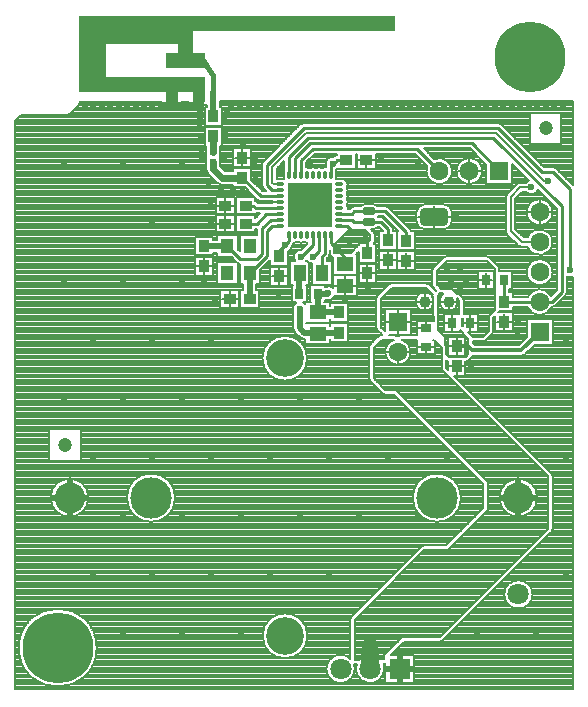
<source format=gtl>
G04*
G04 #@! TF.GenerationSoftware,Altium Limited,Altium Designer,18.1.9 (240)*
G04*
G04 Layer_Physical_Order=1*
G04 Layer_Color=255*
%FSLAX24Y24*%
%MOIN*%
G70*
G01*
G75*
%ADD12C,0.0098*%
%ADD13C,0.0079*%
%ADD18C,0.0394*%
%ADD19C,0.0197*%
%ADD21R,0.0433X0.0512*%
%ADD22O,0.0118X0.0315*%
%ADD23O,0.0315X0.0118*%
G04:AMPARAMS|DCode=24|XSize=43.3mil|YSize=23.6mil|CornerRadius=5.9mil|HoleSize=0mil|Usage=FLASHONLY|Rotation=0.000|XOffset=0mil|YOffset=0mil|HoleType=Round|Shape=RoundedRectangle|*
%AMROUNDEDRECTD24*
21,1,0.0433,0.0118,0,0,0.0*
21,1,0.0315,0.0236,0,0,0.0*
1,1,0.0118,0.0157,-0.0059*
1,1,0.0118,-0.0157,-0.0059*
1,1,0.0118,-0.0157,0.0059*
1,1,0.0118,0.0157,0.0059*
%
%ADD24ROUNDEDRECTD24*%
G04:AMPARAMS|DCode=25|XSize=94.5mil|YSize=59.1mil|CornerRadius=14.8mil|HoleSize=0mil|Usage=FLASHONLY|Rotation=0.000|XOffset=0mil|YOffset=0mil|HoleType=Round|Shape=RoundedRectangle|*
%AMROUNDEDRECTD25*
21,1,0.0945,0.0295,0,0,0.0*
21,1,0.0650,0.0591,0,0,0.0*
1,1,0.0295,0.0325,-0.0148*
1,1,0.0295,-0.0325,-0.0148*
1,1,0.0295,-0.0325,0.0148*
1,1,0.0295,0.0325,0.0148*
%
%ADD25ROUNDEDRECTD25*%
G04:AMPARAMS|DCode=26|XSize=31.5mil|YSize=35.4mil|CornerRadius=7.9mil|HoleSize=0mil|Usage=FLASHONLY|Rotation=0.000|XOffset=0mil|YOffset=0mil|HoleType=Round|Shape=RoundedRectangle|*
%AMROUNDEDRECTD26*
21,1,0.0315,0.0197,0,0,0.0*
21,1,0.0157,0.0354,0,0,0.0*
1,1,0.0157,0.0079,-0.0098*
1,1,0.0157,-0.0079,-0.0098*
1,1,0.0157,-0.0079,0.0098*
1,1,0.0157,0.0079,0.0098*
%
%ADD26ROUNDEDRECTD26*%
%ADD27R,0.0236X0.0217*%
%ADD52R,0.0412X0.0197*%
%ADD53R,0.0189X0.0189*%
%ADD54R,0.0354X0.0276*%
%ADD55R,0.0276X0.0354*%
%ADD56R,0.0394X0.0354*%
%ADD57R,0.0354X0.0394*%
%ADD58R,0.1457X0.1457*%
%ADD59R,0.0413X0.0551*%
%ADD60R,0.0571X0.0453*%
%ADD61C,0.0472*%
%ADD62C,0.0591*%
%ADD63C,0.0138*%
%ADD64C,0.0236*%
%ADD65R,0.1439X0.0217*%
%ADD66C,0.0630*%
%ADD67R,0.0630X0.0630*%
%ADD68R,0.0630X0.0630*%
%ADD69C,0.0709*%
%ADD70C,0.1378*%
%ADD71C,0.1024*%
%ADD72R,0.0709X0.0709*%
%ADD73C,0.2362*%
%ADD74C,0.1260*%
%ADD75C,0.0236*%
G36*
X12830Y22580D02*
X12830Y22581D01*
X2293D01*
Y20039D01*
X5168D01*
Y19734D01*
X5580D01*
Y20039D01*
X6074D01*
Y19734D01*
X6486D01*
Y20570D01*
X6486Y20571D01*
X3191D01*
Y21670D01*
X3191Y21670D01*
X5580D01*
X5580Y21670D01*
Y21341D01*
X5168D01*
Y20843D01*
X6485D01*
X6486Y20842D01*
X6672Y20571D01*
Y19887D01*
X6861Y19887D01*
Y20629D01*
X6486Y21180D01*
Y21341D01*
X6075Y21341D01*
X6074D01*
X6074Y21807D01*
Y22082D01*
X12830Y22083D01*
X12830Y22580D01*
D02*
G37*
D12*
X10079Y14567D02*
X10276Y14764D01*
X7726Y17195D02*
X8337Y16585D01*
X8996D01*
X13189Y15098D02*
Y15384D01*
X12500Y16073D02*
X13189Y15384D01*
X11939Y16073D02*
X12500D01*
X11939Y15718D02*
X12343D01*
X12579Y15482D01*
Y15108D02*
Y15482D01*
X11467Y15718D02*
X11939D01*
X11388Y15797D02*
X11467Y15718D01*
X10965Y15797D02*
X11388D01*
X11467Y16073D02*
X11939D01*
X11388Y15994D02*
X11467Y16073D01*
X10965Y15994D02*
X11388D01*
X10886Y17785D02*
X11191D01*
X10669Y17569D02*
X10886Y17785D01*
X10669Y17274D02*
Y17569D01*
X7835Y16270D02*
X8100D01*
X8179Y16191D01*
X8996D01*
X8533Y15994D02*
X8996D01*
X8209Y15669D02*
X8533Y15994D01*
X7835Y15669D02*
X8209D01*
X7234Y14921D02*
X7667Y14488D01*
X8204D01*
X8386Y14670D01*
Y15506D01*
X8677Y15797D01*
X8996D01*
X7982Y14016D02*
X8563Y14596D01*
Y15433D01*
X8730Y15600D01*
X8996D01*
X8957Y14577D02*
Y14744D01*
X9291Y15079D01*
Y15305D01*
X9675Y14567D02*
X10079Y14970D01*
Y15305D01*
X10276Y14764D02*
Y15305D01*
X10384Y14055D02*
Y14577D01*
X10472Y14665D01*
Y15305D01*
X11900Y14675D02*
Y15079D01*
X11220Y15600D02*
X11427Y15394D01*
X10965Y15600D02*
X11220D01*
X11152Y14311D02*
Y14528D01*
X10669Y15010D02*
X11152Y14528D01*
X10669Y15010D02*
Y15305D01*
X18642Y14114D02*
Y16821D01*
X18071Y17392D02*
X18642Y16821D01*
X17707Y17392D02*
X18071D01*
X16241Y18858D02*
X17707Y17392D01*
X9784Y18858D02*
X16241D01*
X8543Y17618D02*
X9784Y18858D01*
X8543Y16968D02*
Y17618D01*
Y16968D02*
X8730Y16782D01*
X8996D01*
X18376Y13386D02*
Y16240D01*
X16093Y18524D02*
X18376Y16240D01*
X9922Y18524D02*
X16093D01*
X16457Y13061D02*
Y13780D01*
X17628Y13061D02*
X17638Y13051D01*
X16457Y13061D02*
X17628D01*
X17638Y13051D02*
X18041D01*
X18376Y13386D01*
X9291Y17893D02*
X9922Y18524D01*
X9291Y17274D02*
Y17893D01*
X15370Y18346D02*
X16295Y17421D01*
X9996Y18346D02*
X15370D01*
X9488Y17839D02*
X9996Y18346D01*
X9488Y17274D02*
Y17839D01*
X13547Y18169D02*
X14295Y17421D01*
X10069Y18169D02*
X13547D01*
X9685Y17785D02*
X10069Y18169D01*
X9685Y17274D02*
Y17785D01*
D13*
X18189Y17510D02*
G03*
X18071Y17559I-118J-118D01*
G01*
X18189Y17510D02*
G03*
X18071Y17559I-118J-118D01*
G01*
X17186Y16722D02*
G03*
X17583Y16796I176J157D01*
G01*
X17279Y17101D02*
G03*
X17186Y17037I84J-221D01*
G01*
X16998D02*
G03*
X16887Y16991I0J-157D01*
G01*
X16998Y17037D02*
G03*
X16886Y16991I0J-157D01*
G01*
X16359Y18977D02*
G03*
X16241Y19026I-118J-118D01*
G01*
X16359Y18977D02*
G03*
X16241Y19026I-118J-118D01*
G01*
X15728Y17421D02*
G03*
X15728Y17421I-433J0D01*
G01*
X16562Y16667D02*
G03*
X16516Y16555I111J-112D01*
G01*
X16562Y16666D02*
G03*
X16516Y16555I111J-111D01*
G01*
X18071Y16051D02*
G03*
X18071Y16051I-433J0D01*
G01*
X18543Y13899D02*
G03*
X18740Y13899I98J215D01*
G01*
X18071Y15051D02*
G03*
X17234Y15209I-433J0D01*
G01*
Y14894D02*
G03*
X18071Y15051I403J157D01*
G01*
X16924Y14940D02*
G03*
X17035Y14894I112J111D01*
G01*
X16924Y14940D02*
G03*
X17035Y14894I111J111D01*
G01*
X16516Y15413D02*
G03*
X16562Y15302I157J0D01*
G01*
X16516Y15413D02*
G03*
X16562Y15302I157J0D01*
G01*
X15988Y14530D02*
G03*
X15876Y14577I-112J-111D01*
G01*
X15987Y14531D02*
G03*
X15876Y14577I-111J-111D01*
G01*
X16299Y14154D02*
G03*
X16253Y14265I-157J0D01*
G01*
X16299Y14154D02*
G03*
X16253Y14265I-157J0D01*
G01*
X14728Y17421D02*
G03*
X14131Y17822I-433J0D01*
G01*
X13895Y17585D02*
G03*
X14728Y17421I401J-164D01*
G01*
X14715Y16043D02*
G03*
X14449Y16309I-266J0D01*
G01*
X13799D02*
G03*
X13533Y16043I0J-266D01*
G01*
X12618Y16191D02*
G03*
X12500Y16240I-118J-118D01*
G01*
X12618Y16191D02*
G03*
X12500Y16240I-118J-118D01*
G01*
X14449Y15482D02*
G03*
X14715Y15748I0J266D01*
G01*
X13533D02*
G03*
X13799Y15482I266J0D01*
G01*
X12461Y15837D02*
G03*
X12343Y15886I-118J-118D01*
G01*
X12461Y15837D02*
G03*
X12343Y15886I-118J-118D01*
G01*
X12746Y15482D02*
G03*
X12697Y15601I-167J0D01*
G01*
X12746Y15482D02*
G03*
X12697Y15601I-167J0D01*
G01*
X10876Y17952D02*
G03*
X10768Y17904I10J-167D01*
G01*
X10876Y17952D02*
G03*
X10768Y17904I10J-167D01*
G01*
X10837Y17453D02*
G03*
X10894Y17490I-98J215D01*
G01*
X10846Y17372D02*
G03*
X10837Y17430I-177J0D01*
G01*
X12237Y16240D02*
G03*
X12096Y16309I-140J-108D01*
G01*
X11781D02*
G03*
X11641Y16240I0J-177D01*
G01*
X11467D02*
G03*
X11348Y16191I0J-167D01*
G01*
X11467Y16240D02*
G03*
X11348Y16191I0J-167D01*
G01*
X11240Y16782D02*
G03*
X11210Y16880I-177J0D01*
G01*
D02*
G03*
X11240Y16978I-147J98D01*
G01*
Y16585D02*
G03*
X11210Y16683I-177J0D01*
G01*
D02*
G03*
X11240Y16782I-147J98D01*
G01*
Y16978D02*
G03*
X11063Y17156I-177J0D01*
G01*
X11240Y16388D02*
G03*
X11210Y16486I-177J0D01*
G01*
Y16289D02*
G03*
X11240Y16388I-147J98D01*
G01*
X11210Y16486D02*
G03*
X11240Y16585I-147J98D01*
G01*
Y16191D02*
G03*
X11210Y16289I-177J0D01*
G01*
X13354Y15413D02*
G03*
X13307Y15502I-165J-30D01*
G01*
X13354Y15413D02*
G03*
X13307Y15502I-165J-30D01*
G01*
X14537Y14577D02*
G03*
X14426Y14530I0J-157D01*
G01*
X14537Y14577D02*
G03*
X14426Y14531I0J-157D01*
G01*
X14092Y14196D02*
G03*
X14045Y14085I111J-112D01*
G01*
X14091Y14196D02*
G03*
X14045Y14085I111J-111D01*
G01*
X12096Y15482D02*
G03*
X12237Y15551I0J177D01*
G01*
X12156Y15276D02*
G03*
X12109Y15387I-157J0D01*
G01*
X12156Y15276D02*
G03*
X12109Y15387I-157J0D01*
G01*
X12109Y14997D02*
G03*
X12156Y15108I-111J112D01*
G01*
X12109Y14997D02*
G03*
X12156Y15108I-111J111D01*
G01*
X18494Y13268D02*
G03*
X18543Y13386I-118J118D01*
G01*
X18071Y14051D02*
G03*
X18071Y14051I-433J0D01*
G01*
X18016Y13262D02*
G03*
X17243Y13228I-378J-211D01*
G01*
X18494Y13268D02*
G03*
X18543Y13386I-118J118D01*
G01*
X18041Y12884D02*
G03*
X18160Y12933I0J167D01*
G01*
X18041Y12884D02*
G03*
X18160Y12933I0J167D01*
G01*
X17234Y12894D02*
G03*
X18037Y12884I403J157D01*
G01*
X18071Y7244D02*
G03*
X18025Y7355I-157J0D01*
G01*
X18071Y7244D02*
G03*
X18025Y7356I-157J0D01*
G01*
X18025Y5381D02*
G03*
X18071Y5492I-111J111D01*
G01*
X18025Y5381D02*
G03*
X18071Y5492I-111J112D01*
G01*
X17402Y3307D02*
G03*
X17402Y3307I-472J0D01*
G01*
D02*
G03*
X17402Y3307I-472J0D01*
G01*
X16265Y12707D02*
G03*
X16288Y12746I-123J98D01*
G01*
X14045Y13652D02*
G03*
X14092Y13540I157J0D01*
G01*
X14045Y13652D02*
G03*
X14091Y13540I157J0D01*
G01*
X13960Y13645D02*
G03*
X13794Y13681I-111J-111D01*
G01*
X16265Y12707D02*
G03*
X16288Y12746I-123J98D01*
G01*
X17033Y11260D02*
G03*
X17166Y11315I0J187D01*
G01*
X17033Y11260D02*
G03*
X17166Y11315I0J187D01*
G01*
X16046Y11975D02*
G03*
X16093Y12087I-111J111D01*
G01*
X16046Y11975D02*
G03*
X16093Y12087I-111J112D01*
G01*
X15748Y11742D02*
G03*
X15859Y11788I0J157D01*
G01*
X15748Y11742D02*
G03*
X15860Y11788I0J157D01*
G01*
X12707Y13681D02*
G03*
X12595Y13635I0J-157D01*
G01*
X12707Y13681D02*
G03*
X12595Y13635I0J-157D01*
G01*
X12231Y13271D02*
G03*
X12185Y13159I111J-112D01*
G01*
X12231Y13271D02*
G03*
X12185Y13159I111J-111D01*
G01*
Y12224D02*
G03*
X12231Y12113I157J0D01*
G01*
X12185Y12224D02*
G03*
X12231Y12113I157J0D01*
G01*
X12372Y11959D02*
G03*
X12260Y11912I0J-157D01*
G01*
X12372Y11959D02*
G03*
X12261Y11913I0J-157D01*
G01*
X11995Y11647D02*
G03*
X11949Y11535I111J-112D01*
G01*
X11995Y11647D02*
G03*
X11949Y11535I111J-111D01*
G01*
X15377Y11208D02*
G03*
X15412Y11260I-111J111D01*
G01*
X15377Y11208D02*
G03*
X15412Y11260I-111J112D01*
G01*
X15177Y11073D02*
G03*
X15289Y11119I0J157D01*
G01*
X15177Y11073D02*
G03*
X15289Y11119I0J157D01*
G01*
X14528Y11100D02*
G03*
X14577Y11078I89J130D01*
G01*
X14528Y11100D02*
G03*
X14577Y11078I89J130D01*
G01*
X15020Y6535D02*
G03*
X15020Y6535I-807J0D01*
G01*
X13799Y4941D02*
G03*
X13688Y4895I0J-157D01*
G01*
X13799Y4941D02*
G03*
X13688Y4895I0J-157D01*
G01*
X15020Y6535D02*
G03*
X15020Y6535I-807J0D01*
G01*
X14311Y1732D02*
G03*
X14423Y1779I0J157D01*
G01*
X14311Y1732D02*
G03*
X14422Y1778I0J157D01*
G01*
X12452Y989D02*
G03*
X12500Y997I-2J157D01*
G01*
X11949Y10522D02*
G03*
X11995Y10410I157J0D01*
G01*
X12389Y10017D02*
G03*
X12500Y9970I111J111D01*
G01*
X12388Y10017D02*
G03*
X12500Y9970I112J111D01*
G01*
X11949Y10522D02*
G03*
X11995Y10410I157J0D01*
G01*
X11375Y2582D02*
G03*
X11329Y2470I111J-111D01*
G01*
X11375Y2582D02*
G03*
X11329Y2470I111J-112D01*
G01*
X12452Y989D02*
G03*
X12500Y997I-2J157D01*
G01*
X11450Y984D02*
G03*
X11488Y979I37J153D01*
G01*
X11450Y984D02*
G03*
X11488Y979I37J153D01*
G01*
X12461Y827D02*
G03*
X12432Y989I-472J0D01*
G01*
X11541Y980D02*
G03*
X12461Y827I447J-153D01*
G01*
X11476D02*
G03*
X11450Y984I-472J0D01*
G01*
X10766Y17902D02*
G03*
X10508Y17614I-28J-235D01*
G01*
X10508D02*
G03*
X10502Y17569I161J-45D01*
G01*
X10508Y17614D02*
G03*
X10502Y17569I161J-45D01*
G01*
Y17547D02*
G03*
X10374Y17519I-30J-175D01*
G01*
D02*
G03*
X10177Y17519I-98J-147D01*
G01*
X10177D02*
G03*
X9980Y17519I-98J-147D01*
G01*
X9784Y19026D02*
G03*
X9665Y18977I0J-167D01*
G01*
X9784Y19026D02*
G03*
X9665Y18977I0J-167D01*
G01*
X8425Y17736D02*
G03*
X8376Y17618I118J-118D01*
G01*
X9980Y17519D02*
G03*
X9852Y17547I-98J-147D01*
G01*
X8425Y17736D02*
G03*
X8376Y17618I118J-118D01*
G01*
X9124Y17430D02*
G03*
X9114Y17372I167J-58D01*
G01*
X8723Y16417D02*
G03*
X8723Y16358I175J-30D01*
G01*
X8376Y16968D02*
G03*
X8425Y16850I167J0D01*
G01*
X8376Y16968D02*
G03*
X8425Y16850I167J0D01*
G01*
X8218Y16466D02*
G03*
X8337Y16417I118J118D01*
G01*
X8218Y16466D02*
G03*
X8337Y16417I118J118D01*
G01*
X8219Y16388D02*
G03*
X8150Y16430I-118J-118D01*
G01*
X8219Y16388D02*
G03*
X8150Y16430I-118J-118D01*
G01*
X9783Y15059D02*
G03*
X9902Y15031I98J147D01*
G01*
X10640Y14694D02*
G03*
X10748Y14545I157J1D01*
G01*
X10591Y14547D02*
G03*
X10640Y14665I-118J118D01*
G01*
Y14694D02*
G03*
X10748Y14545I157J1D01*
G01*
X10591Y14547D02*
G03*
X10640Y14665I-118J118D01*
G01*
X9877Y14444D02*
G03*
X9894Y14419I202J123D01*
G01*
X9587Y15059D02*
G03*
X9783Y15059I98J147D01*
G01*
X9452Y15033D02*
G03*
X9587Y15059I36J173D01*
G01*
X9410Y14960D02*
G03*
X9452Y15033I-118J118D01*
G01*
X9410Y14960D02*
G03*
X9452Y15033I-118J118D01*
G01*
X9252Y14747D02*
G03*
X9387Y14938I-100J214D01*
G01*
X9961Y14362D02*
G03*
X10059Y14332I118J205D01*
G01*
X9675Y14803D02*
G03*
X9491Y14419I0J-236D01*
G01*
X9894D02*
G03*
X9961Y14362I184J148D01*
G01*
X9860Y14419D02*
G03*
X9877Y14444I-184J148D01*
G01*
X7569Y14353D02*
G03*
X7648Y14322I98J135D01*
G01*
X7569Y14353D02*
G03*
X7648Y14322I98J135D01*
G01*
X6526Y17480D02*
G03*
X6595Y17333I235J20D01*
G01*
X6526Y17480D02*
G03*
X6595Y17333I235J20D01*
G01*
X2277Y19623D02*
G03*
X2323Y19734I-111J111D01*
G01*
X2277Y19623D02*
G03*
X2323Y19734I-111J112D01*
G01*
X1890Y19301D02*
G03*
X2001Y19347I0J157D01*
G01*
X1890Y19301D02*
G03*
X2001Y19347I0J157D01*
G01*
X6900Y17028D02*
G03*
X7067Y16959I167J167D01*
G01*
X6900Y17028D02*
G03*
X7067Y16959I167J167D01*
G01*
X10748Y13531D02*
G03*
X10492Y13556I-148J-184D01*
G01*
X10533Y13120D02*
G03*
X10819Y13258I67J226D01*
G01*
X9892Y11181D02*
G03*
X9892Y11181I-748J0D01*
G01*
D02*
G03*
X9892Y11181I-748J0D01*
G01*
X9833Y12979D02*
G03*
X9760Y13041I-187J-144D01*
G01*
X9640Y11885D02*
G03*
X9793Y11821I153J153D01*
G01*
X9640Y11884D02*
G03*
X9793Y11821I153J153D01*
G01*
X11329Y1170D02*
G03*
X11476Y827I-325J-343D01*
G01*
X9900Y1929D02*
G03*
X9900Y1929I-748J0D01*
G01*
D02*
G03*
X9900Y1929I-748J0D01*
G01*
X9531Y13041D02*
G03*
X9429Y12740I114J-207D01*
G01*
Y12185D02*
G03*
X9493Y12032I217J0D01*
G01*
X9429Y12185D02*
G03*
X9493Y12032I217J0D01*
G01*
X5492Y6535D02*
G03*
X5492Y6535I-807J0D01*
G01*
D02*
G03*
X5492Y6535I-807J0D01*
G01*
X2598D02*
G03*
X2598Y6535I-630J0D01*
G01*
X2874Y1535D02*
G03*
X2874Y1535I-1299J0D01*
G01*
X15402Y11900D02*
G03*
X15377Y11932I-136J-79D01*
G01*
X15402Y11900D02*
G03*
X15377Y11932I-136J-79D01*
G01*
X14513Y13474D02*
G03*
X14429Y13499I-85J-133D01*
G01*
X14513Y13474D02*
G03*
X14429Y13499I-85J-133D01*
G01*
X15118Y13091D02*
G03*
X15072Y13202I-157J0D01*
G01*
X15118Y13091D02*
G03*
X15072Y13202I-157J0D01*
G01*
X14990Y13284D02*
G03*
X14878Y13330I-111J-111D01*
G01*
X14078Y13169D02*
G03*
X13881Y13366I-197J0D01*
G01*
Y12776D02*
G03*
X14078Y12972I0J197D01*
G01*
X13724Y13366D02*
G03*
X13527Y13169I0J-197D01*
G01*
Y12972D02*
G03*
X13724Y12776I197J0D01*
G01*
X13054Y11959D02*
G03*
X12963Y11929I0J-157D01*
G01*
X13054Y11959D02*
G03*
X12963Y11929I0J-157D01*
G01*
X12864D02*
G03*
X12772Y11959I-92J-128D01*
G01*
X12864Y11929D02*
G03*
X12772Y11959I-92J-128D01*
G01*
X14682Y12776D02*
G03*
X14878Y12972I0J197D01*
G01*
X14429Y13342D02*
G03*
X14327Y13169I95J-172D01*
G01*
Y12972D02*
G03*
X14524Y12776I197J0D01*
G01*
X14528Y11526D02*
G03*
X14481Y11637I-157J0D01*
G01*
X14528Y11526D02*
G03*
X14481Y11637I-157J0D01*
G01*
X17559Y6535D02*
G03*
X17559Y6535I-630J0D01*
G01*
X13346Y11392D02*
G03*
X13054Y11801I-433J0D01*
G01*
X12772D02*
G03*
X13346Y11392I141J-409D01*
G01*
X12337Y1145D02*
G03*
X11633Y1138I-349J-319D01*
G01*
X18366Y18976D02*
X18740D01*
X18366Y19055D02*
X18740D01*
X18366Y18819D02*
X18740D01*
X18366Y18898D02*
X18740D01*
X18366Y19213D02*
X18740D01*
X18366Y19291D02*
X18740D01*
X18366Y19134D02*
X18740D01*
X18366Y18661D02*
X18740D01*
X18366Y18740D02*
X18740D01*
X18366Y18504D02*
X18740D01*
X18366Y18583D02*
X18740D01*
X17147Y18189D02*
X18740D01*
X18366Y18425D02*
X18740D01*
X17225Y18110D02*
X18740D01*
X18366Y18346D02*
X18740D01*
X17323Y19360D02*
X18366Y19360D01*
X18366Y18307D01*
X17323Y19360D02*
X17323Y18307D01*
X16910Y18425D02*
X17323D01*
X16832Y18504D02*
X17323D01*
X16989Y18346D02*
X17323D01*
X17462Y17874D02*
X18740D01*
X17383Y17953D02*
X18740D01*
X17540Y17795D02*
X18740D01*
X17068Y18268D02*
X18740D01*
X17323Y18307D02*
X18366Y18307D01*
X17304Y18031D02*
X18740D01*
X18219Y17480D02*
X18740D01*
X18076Y17559D02*
X18740D01*
X18189Y17510D02*
X18740Y16959D01*
Y19754D01*
X17698Y17638D02*
X18740D01*
X17619Y17716D02*
X18740D01*
X18534Y17165D02*
X18740D01*
X18455Y17244D02*
X18740D01*
X18691Y17008D02*
X18740D01*
X18613Y17087D02*
X18740D01*
X18376Y17323D02*
X18740D01*
X18298Y17401D02*
X18740D01*
X17583Y16796D02*
X18209Y16171D01*
X17776Y17559D02*
X18071D01*
X16998Y17037D02*
X17186D01*
X17572Y16772D02*
X17608D01*
X17063Y16722D02*
X17186D01*
X17506Y16693D02*
X17687D01*
X16955Y16614D02*
X17765D01*
X17034Y16693D02*
X17218D01*
X16876Y16535D02*
X17844D01*
X16438Y18898D02*
X17323D01*
X16359Y18976D02*
X17323D01*
X16595Y18740D02*
X17323D01*
X16517Y18819D02*
X17323D01*
X16359Y18977D02*
X17776Y17559D01*
X16753Y18583D02*
X17323D01*
X16728Y17559D02*
X16821D01*
X16728Y17401D02*
X16978D01*
X16728Y17480D02*
X16899D01*
X16674Y18661D02*
X17323D01*
X15724Y17480D02*
X15862D01*
X15728Y17401D02*
X15862D01*
X14079Y17874D02*
X15606D01*
X14000Y17953D02*
X15527D01*
X15301Y18179D02*
X15862Y17618D01*
X15295Y17421D02*
Y17815D01*
X13843Y18110D02*
X15370D01*
X13774Y18179D02*
X15301D01*
X13922Y18031D02*
X15448D01*
X15706Y17559D02*
X15862D01*
X15670Y17638D02*
X15842D01*
X15717Y17323D02*
X15862D01*
X15612Y17716D02*
X15763D01*
X15514Y17795D02*
X15685D01*
X15295Y17421D02*
X15689D01*
X16728Y17165D02*
X17214D01*
X16728Y17244D02*
X17135D01*
X16728Y17087D02*
X17248D01*
X16728Y17008D02*
X16906D01*
X16728Y17651D02*
X17279Y17101D01*
X16728Y17323D02*
X17057D01*
X16728Y16988D02*
Y17651D01*
X16562Y16667D02*
X16886Y16991D01*
X15862Y16988D02*
X16728D01*
X16831Y16490D02*
X17063Y16722D01*
X16831Y15479D02*
Y16490D01*
X11233Y16929D02*
X16824D01*
X11226Y16850D02*
X16746D01*
X11240Y16772D02*
X16667D01*
X15645Y17165D02*
X15862D01*
X15690Y17244D02*
X15862D01*
Y16988D02*
Y17618D01*
X15570Y17087D02*
X15862D01*
X15424Y17008D02*
X15862D01*
X15295Y17028D02*
Y17421D01*
X16516Y15413D02*
Y16555D01*
X11216Y16693D02*
X16588D01*
X11238Y16614D02*
X16527D01*
X11233Y16535D02*
X16516D01*
X18071Y16063D02*
X18209D01*
X18061Y16142D02*
X18209D01*
X18046Y15905D02*
X18209D01*
X18066Y15984D02*
X18209D01*
X18036Y16220D02*
X18159D01*
X17993Y16299D02*
X18080D01*
X18008Y15827D02*
X18209D01*
X17842Y15433D02*
X18209D01*
X17947Y15748D02*
X18209D01*
X18008Y15276D02*
X18209D01*
X17947Y15354D02*
X18209D01*
X16831Y15590D02*
X18209D01*
X17842Y15669D02*
X18209D01*
X16831Y15512D02*
X18209D01*
X17922Y16378D02*
X18002D01*
X17790Y16457D02*
X17923D01*
X17638Y15657D02*
Y16051D01*
Y16445D01*
X16831Y16457D02*
X17486D01*
X16831Y16220D02*
X17239D01*
X17638Y16051D02*
X18031D01*
X17244D02*
X17638D01*
X17034Y15276D02*
X17267D01*
X16831Y15669D02*
X17434D01*
X16876Y15433D02*
X17433D01*
X16955Y15354D02*
X17328D01*
X18066Y15118D02*
X18209D01*
X18046Y15197D02*
X18209D01*
X18061Y14961D02*
X18209D01*
X18071Y15039D02*
X18209D01*
X17993Y14803D02*
X18209D01*
X18036Y14882D02*
X18209D01*
X17922Y14724D02*
X18209D01*
X18543Y13858D02*
X18740D01*
X18543Y13779D02*
X18740D01*
X18025Y13858D02*
X18209D01*
X17881Y14409D02*
X18209D01*
X17790Y14646D02*
X18209D01*
X17975Y13779D02*
X18209D01*
X17101Y15209D02*
X17234D01*
X17035Y14894D02*
X17234D01*
X16831Y15479D02*
X17101Y15209D01*
X18069Y14016D02*
X18209D01*
X18069Y14094D02*
X18209D01*
X18056Y13937D02*
X18209D01*
X18022Y14252D02*
X18209D01*
X17969Y14331D02*
X18209D01*
X18053Y14173D02*
X18209D01*
X16831Y15984D02*
X17210D01*
X16831Y16063D02*
X17205D01*
X16831Y15827D02*
X17267D01*
X16831Y15905D02*
X17230D01*
X16831Y16378D02*
X17354D01*
X16831Y16299D02*
X17283D01*
X16831Y16142D02*
X17214D01*
X16831Y15748D02*
X17329D01*
X13484Y15197D02*
X16667D01*
X13484Y15354D02*
X16527D01*
X13349Y15433D02*
X16516D01*
X13484Y15276D02*
X16588D01*
X14696Y16142D02*
X16516D01*
X14647Y16220D02*
X16516D01*
X14715Y15984D02*
X16516D01*
X14714Y16063D02*
X16516D01*
X11240Y16378D02*
X16516D01*
X11226Y16457D02*
X16516D01*
X14521Y16299D02*
X16516D01*
X14715Y15827D02*
X16516D01*
X14715Y15905D02*
X16516D01*
X14715Y15748D02*
X16516D01*
X14663Y15590D02*
X16516D01*
X14703Y15669D02*
X16516D01*
X14570Y15512D02*
X16516D01*
X15931Y14567D02*
X18209D01*
X13484Y14646D02*
X17486D01*
X16030Y14488D02*
X18209D01*
X16109Y14409D02*
X17394D01*
X13484Y14803D02*
X17283D01*
X13484Y14882D02*
X17239D01*
X13484Y14724D02*
X17354D01*
X16713Y13937D02*
X17220D01*
X16299Y14094D02*
X17207D01*
X16713Y13858D02*
X17250D01*
X16187Y14331D02*
X17307D01*
X16265Y14252D02*
X17254D01*
X16298Y14173D02*
X17222D01*
X16562Y15302D02*
X16924Y14940D01*
X14537Y14577D02*
X15876D01*
X13484Y15039D02*
X16825D01*
X13484Y15118D02*
X16746D01*
X13484Y14961D02*
X16903D01*
X16299Y14075D02*
X16713D01*
X16299D02*
Y14154D01*
X16713Y14016D02*
X17206D01*
X15988Y14530D02*
X16253Y14265D01*
X14612Y17716D02*
X14978D01*
X14670Y17638D02*
X14920D01*
X14706Y17559D02*
X14885D01*
X14724Y17480D02*
X14866D01*
X14514Y17795D02*
X15077D01*
X14902Y17421D02*
X15295D01*
X14728Y17401D02*
X14863D01*
X14690Y17244D02*
X14900D01*
X14717Y17323D02*
X14874D01*
X14570Y17087D02*
X15020D01*
X14645Y17165D02*
X14946D01*
X14424Y17008D02*
X15166D01*
X13799Y16309D02*
X14449D01*
X13774Y18179D02*
X14131Y17822D01*
X12175Y17638D02*
X13842D01*
X12175Y17716D02*
X13763D01*
X13478Y18002D02*
X13895Y17585D01*
X12579Y16220D02*
X13601D01*
X12668Y16142D02*
X13552D01*
X12747Y16063D02*
X13534D01*
X12237Y16240D02*
X12500D01*
X14715Y15748D02*
Y16043D01*
X14124Y15896D02*
Y16270D01*
Y15522D02*
Y15896D01*
X13533Y15748D02*
Y16043D01*
X12904Y15905D02*
X13533D01*
X12825Y15984D02*
X13533D01*
X12618Y16191D02*
X13307Y15502D01*
X14124Y15896D02*
X14675D01*
X13573D02*
X14124D01*
X13061Y15748D02*
X13533D01*
X12983Y15827D02*
X13533D01*
X13140Y15669D02*
X13545D01*
X12431Y15906D02*
X12923Y15413D01*
X12461Y15837D02*
X12697Y15601D01*
X12237Y15905D02*
X12431D01*
X12237Y15906D02*
X12431D01*
X12237Y15886D02*
X12343D01*
X12706Y15590D02*
X12746D01*
X12550Y15748D02*
X12588D01*
X12471Y15827D02*
X12509D01*
X12628Y15669D02*
X12667D01*
X12175Y17953D02*
X13527D01*
X12175Y18002D02*
X13478D01*
X12175Y17874D02*
X13606D01*
X12175Y17490D02*
Y18002D01*
X11506Y17795D02*
X11545D01*
X11506Y17874D02*
X11545D01*
X12175Y17795D02*
X13685D01*
X11860Y17785D02*
X12136D01*
X11585D02*
X11860D01*
X12175Y17559D02*
X13885D01*
X11860Y17530D02*
Y17785D01*
X10882Y17480D02*
X13866D01*
X11545Y17490D02*
X12175D01*
X10844Y17401D02*
X13863D01*
X11506Y17953D02*
X11545D01*
X11506Y18002D02*
X11545D01*
Y17490D02*
Y18002D01*
X11506Y17490D02*
Y18002D01*
X10876Y17952D02*
Y18002D01*
X11506Y17638D02*
X11545D01*
X11506Y17716D02*
X11545D01*
X11506Y17559D02*
X11545D01*
X10894Y17490D02*
X11506D01*
X11238Y17008D02*
X14166D01*
X11203Y17087D02*
X14020D01*
X11781Y16309D02*
X12096D01*
X10846Y17244D02*
X13900D01*
X10846Y17323D02*
X13874D01*
X10846Y17165D02*
X13946D01*
X12155Y16299D02*
X13727D01*
X11467Y16240D02*
X11641D01*
X11216Y16299D02*
X11723D01*
X11238Y16220D02*
X11388D01*
X10866Y17156D02*
X11063D01*
X10846Y17175D02*
Y17372D01*
X11238Y16161D02*
X11318D01*
X11348Y16191D01*
X13799Y15482D02*
X14449D01*
X13298Y15512D02*
X13678D01*
X13219Y15590D02*
X13585D01*
X12746Y15433D02*
X12903D01*
X12746Y15423D02*
X12874D01*
X13484Y14783D02*
Y15413D01*
X13354D02*
X13484D01*
Y14567D02*
X14482D01*
X12894Y14783D02*
Y15413D01*
Y14783D02*
X13484D01*
X12283Y14754D02*
X12874D01*
X12894Y14744D02*
X13484D01*
X12743Y15512D02*
X12824D01*
X12746Y15423D02*
Y15482D01*
X12874Y14793D02*
Y15423D01*
X12283D02*
X12401D01*
X12273Y15551D02*
X12401Y15423D01*
X12237Y15551D02*
X12273D01*
X12283Y14793D02*
Y15423D01*
X12195Y14882D02*
X12283D01*
X12195Y14961D02*
X12283D01*
Y14793D02*
X12874D01*
X12195Y14724D02*
X12283D01*
X12195Y14803D02*
X12283D01*
X12195Y14646D02*
X12283D01*
X14092Y14196D02*
X14426Y14530D01*
X13484Y14331D02*
X14226D01*
X13484Y14488D02*
X14384D01*
X13484Y14409D02*
X14305D01*
X13484Y14114D02*
Y14744D01*
Y14252D02*
X14147D01*
X13484Y14173D02*
X14073D01*
X12195Y13937D02*
X14045D01*
X12894Y14114D02*
X13484D01*
X12195Y13858D02*
X14045D01*
X13189Y14429D02*
Y14705D01*
X12579Y14439D02*
Y14715D01*
X12894Y14114D02*
Y14744D01*
X12874Y14124D02*
Y14754D01*
X12323Y14439D02*
X12579D01*
X12195Y14360D02*
Y14990D01*
X12283Y14124D02*
Y14754D01*
X13189Y14429D02*
X13445D01*
X12933D02*
X13189D01*
Y14154D02*
Y14429D01*
X12579Y14439D02*
X12835D01*
X12579Y14163D02*
Y14439D01*
X12283Y14124D02*
X12874D01*
X12194Y15512D02*
X12313D01*
X12134Y15354D02*
X12283D01*
X12156Y15197D02*
X12283D01*
X12156Y15276D02*
X12283D01*
X12063Y15433D02*
X12391D01*
X12195Y14567D02*
X12283D01*
X12156Y15118D02*
X12283D01*
X12195Y14409D02*
X12283D01*
X12195Y14488D02*
X12283D01*
X12140Y15039D02*
X12283D01*
X12103Y14990D02*
X12195D01*
X11604Y14360D02*
X12195D01*
X12156Y15108D02*
Y15276D01*
X12014Y15482D02*
X12109Y15387D01*
X12014Y15482D02*
X12096D01*
X11604Y14360D02*
Y14728D01*
X11555Y14567D02*
X11604D01*
X11555Y14646D02*
X11604D01*
X11555Y14488D02*
X11604D01*
X11555Y14409D02*
X11604D01*
X11532Y14656D02*
X11604Y14728D01*
X10709Y14409D02*
X10748D01*
X12195Y14173D02*
X12283D01*
X12195Y14252D02*
X12283D01*
X12195Y14094D02*
X14046D01*
X11900Y14006D02*
Y14281D01*
X11555Y14331D02*
X12283D01*
X11604Y14321D02*
X12195D01*
X11555Y14173D02*
X11604D01*
X12195Y14016D02*
X14045D01*
X11900Y14006D02*
X12156D01*
X12195Y13779D02*
X14045D01*
X11644Y14006D02*
X11900D01*
X11555Y14094D02*
X11604D01*
X11555Y13858D02*
X11604D01*
X11555Y14016D02*
X11604D01*
X11555Y14252D02*
X11604D01*
X11555Y13967D02*
Y14656D01*
X10748Y13967D02*
Y14545D01*
X10709Y14173D02*
X10748D01*
X10709Y14252D02*
X10748D01*
X10709Y14094D02*
X10748D01*
X11555Y13937D02*
X11604D01*
X10748Y13967D02*
X11555D01*
Y13779D02*
X11604D01*
X10748Y13947D02*
X11555D01*
X10709Y14016D02*
X10748D01*
X10709Y13779D02*
X10748D01*
X18543Y13622D02*
X18740D01*
X18543Y13701D02*
X18740D01*
X18543Y13543D02*
X18740D01*
X18543Y13386D02*
Y13899D01*
Y13386D02*
X18740D01*
X18543Y13464D02*
X18740D01*
X18455Y13228D02*
X18740D01*
X18524Y13307D02*
X18740D01*
X18298Y13071D02*
X18740D01*
X18376Y13150D02*
X18740D01*
X18136Y12913D02*
X18740D01*
X18219Y12992D02*
X18740D01*
X18013Y12835D02*
X18740D01*
X17767Y13464D02*
X18209D01*
X17892Y13701D02*
X18209D01*
X18016Y13262D02*
X18209Y13455D01*
Y16171D01*
X17696Y13622D02*
X18209D01*
X18160Y12933D02*
X18494Y13268D01*
X17913Y13386D02*
X18139D01*
X17987Y13307D02*
X18061D01*
X18071Y12362D02*
X18740D01*
X18071Y12441D02*
X18740D01*
X18071Y12126D02*
X18740D01*
X18071Y12283D02*
X18740D01*
X17856Y12677D02*
X18740D01*
X17955Y12756D02*
X18740D01*
X18071Y12205D02*
X18740D01*
X18071Y11968D02*
X18740D01*
X18071Y12047D02*
X18740D01*
X18071Y11811D02*
X18740D01*
X18071Y11890D02*
X18740D01*
X17190Y11339D02*
X18740D01*
X18071Y11732D02*
X18740D01*
X17034Y8346D02*
X18740D01*
X18071Y11653D02*
X18740D01*
Y157D02*
Y13899D01*
X18071Y11618D02*
Y12484D01*
X17205D02*
X18071D01*
X17205Y11883D02*
Y12484D01*
X17166Y11315D02*
X17469Y11618D01*
X17426Y11575D02*
X18740D01*
X17469Y11618D02*
X18071D01*
X17347Y11496D02*
X18740D01*
X17113Y8268D02*
X18740D01*
X17268Y11417D02*
X18740D01*
X17191Y8189D02*
X18740D01*
X16752Y12598D02*
X18740D01*
X16713Y13543D02*
X18209D01*
X15412Y11260D02*
X18740D01*
X16752Y12520D02*
X18740D01*
X15269Y11102D02*
X18740D01*
X15351Y11181D02*
X18740D01*
X15167Y11024D02*
X18740D01*
X15167Y10866D02*
X18740D01*
X15167Y10945D02*
X18740D01*
X15167Y10709D02*
X18740D01*
X15167Y10787D02*
X18740D01*
X14829Y10551D02*
X18740D01*
X15167Y10630D02*
X18740D01*
X14908Y10472D02*
X18740D01*
X16713Y13622D02*
X17580D01*
X16713Y13701D02*
X17383D01*
X16752Y13307D02*
X17288D01*
X16752Y13228D02*
X17243D01*
X16624Y13464D02*
X17508D01*
X16713Y13779D02*
X17301D01*
X16624Y13386D02*
X17363D01*
X16752Y12835D02*
X17263D01*
X16752Y12894D02*
X17234D01*
X16752Y12756D02*
X17321D01*
X16752Y12677D02*
X17420D01*
X16752Y12205D02*
X17205D01*
X16087Y12047D02*
X17205D01*
X15302Y10079D02*
X18740D01*
X15223Y10157D02*
X18740D01*
X15459Y9921D02*
X18740D01*
X15380Y10000D02*
X18740D01*
X15065Y10315D02*
X18740D01*
X14987Y10394D02*
X18740D01*
X15144Y10236D02*
X18740D01*
X15853Y9528D02*
X18740D01*
X15774Y9606D02*
X18740D01*
X16010Y9370D02*
X18740D01*
X15931Y9449D02*
X18740D01*
X15616Y9764D02*
X18740D01*
X15538Y9842D02*
X18740D01*
X15695Y9685D02*
X18740D01*
X16325Y9055D02*
X18740D01*
X16246Y9134D02*
X18740D01*
X16483Y8898D02*
X18740D01*
X16404Y8976D02*
X18740D01*
X16168Y9213D02*
X18740D01*
X16089Y9291D02*
X18740D01*
X14790Y10591D02*
X18025Y7356D01*
X16876Y8504D02*
X18740D01*
X16798Y8583D02*
X18740D01*
X16955Y8425D02*
X18740D01*
X16640Y8740D02*
X18740D01*
X16561Y8819D02*
X18740D01*
X16719Y8661D02*
X18740D01*
X17664Y7716D02*
X18740D01*
X17585Y7795D02*
X18740D01*
X17821Y7559D02*
X18740D01*
X17742Y7638D02*
X18740D01*
X17427Y7953D02*
X18740D01*
X17349Y8031D02*
X18740D01*
X17506Y7874D02*
X18740D01*
X18071Y7165D02*
X18740D01*
X18071Y7244D02*
X18740D01*
X18071Y6457D02*
X18740D01*
X18071Y7087D02*
X18740D01*
X17979Y7402D02*
X18740D01*
X17900Y7480D02*
X18740D01*
X18050Y7323D02*
X18740D01*
X18071Y6850D02*
X18740D01*
X18071Y6929D02*
X18740D01*
X18071Y6693D02*
X18740D01*
X18071Y6772D02*
X18740D01*
X18071Y7008D02*
X18740D01*
X18071Y6220D02*
X18740D01*
X18071Y6299D02*
X18740D01*
X18071Y6142D02*
X18740D01*
X18071Y6535D02*
X18740D01*
X18071Y6614D02*
X18740D01*
X18071Y6378D02*
X18740D01*
X18071Y5748D02*
X18740D01*
X18071Y5827D02*
X18740D01*
X18071Y5591D02*
X18740D01*
X18071Y5669D02*
X18740D01*
X18071Y5984D02*
X18740D01*
X18071Y6063D02*
X18740D01*
X18071Y5905D02*
X18740D01*
X18059Y5433D02*
X18740D01*
X18071Y5512D02*
X18740D01*
X17920Y5276D02*
X18740D01*
X17998Y5354D02*
X18740D01*
X17338Y3543D02*
X18740D01*
X17841Y5197D02*
X18740D01*
X17375Y3465D02*
X18740D01*
X18071Y5492D02*
Y7244D01*
X17762Y5118D02*
X18740D01*
X17605Y4961D02*
X18740D01*
X17683Y5039D02*
X18740D01*
X17526Y4882D02*
X18740D01*
X17395Y3386D02*
X18740D01*
X17447Y4803D02*
X18740D01*
X17402Y3307D02*
X18740D01*
X17395Y3228D02*
X18740D01*
X17368Y4724D02*
X18740D01*
X17375Y3150D02*
X18740D01*
X17290Y4646D02*
X18740D01*
X17270Y8110D02*
X18740D01*
X17132Y4488D02*
X18740D01*
X17211Y4567D02*
X18740D01*
X16975Y4331D02*
X18740D01*
X17053Y4409D02*
X18740D01*
X16896Y4252D02*
X18740D01*
X16738Y4094D02*
X18740D01*
X16817Y4173D02*
X18740D01*
X17190Y3701D02*
X18740D01*
X16936Y3779D02*
X18740D01*
X16581Y3937D02*
X18740D01*
X16660Y4016D02*
X18740D01*
X16502Y3858D02*
X18740D01*
X17338Y3071D02*
X18740D01*
X17281Y3622D02*
X18740D01*
X17190Y2913D02*
X18740D01*
X17281Y2992D02*
X18740D01*
X15479Y2835D02*
X18740D01*
X15321Y2677D02*
X18740D01*
X15400Y2756D02*
X18740D01*
X15242Y2598D02*
X18740D01*
X15085Y2441D02*
X18740D01*
X15164Y2520D02*
X18740D01*
X15006Y2362D02*
X18740D01*
X14849Y2205D02*
X18740D01*
X14927Y2283D02*
X18740D01*
X14691Y2047D02*
X18740D01*
X14770Y2126D02*
X18740D01*
X14534Y1890D02*
X18740D01*
X14612Y1968D02*
X18740D01*
X14455Y1811D02*
X18740D01*
X13047Y1654D02*
X18740D01*
X13126Y1732D02*
X18740D01*
X12969Y1575D02*
X18740D01*
X12811Y1417D02*
X18740D01*
X12890Y1496D02*
X18740D01*
X12733Y1339D02*
X18740D01*
X13445Y1260D02*
X18740D01*
X14423Y1779D02*
X18025Y5381D01*
X13445Y1102D02*
X18740D01*
X13445Y1181D02*
X18740D01*
X13445Y945D02*
X18740D01*
X13445Y1024D02*
X18740D01*
X13445Y866D02*
X18740D01*
X13445Y472D02*
X18740D01*
X13445Y551D02*
X18740D01*
X13445Y394D02*
X18740D01*
X13445Y709D02*
X18740D01*
X13445Y787D02*
X18740D01*
X13445Y630D02*
X18740D01*
X16713Y13484D02*
Y14075D01*
X16624Y13376D02*
Y13484D01*
X16752Y12746D02*
Y12894D01*
Y13228D02*
Y13376D01*
X16624D02*
X16752D01*
X16624Y13484D02*
X16713D01*
X16288Y12746D02*
X16752D01*
Y12441D02*
X17205D01*
X16457Y12392D02*
Y12667D01*
X16752Y12362D02*
X17205D01*
X16457Y12392D02*
X16713D01*
X16265Y12707D02*
X16752D01*
X16201Y12392D02*
X16457D01*
X13983Y13622D02*
X14048D01*
X14045Y13652D02*
Y14085D01*
X12707Y13681D02*
X13794D01*
X13960Y13645D02*
X14186Y13419D01*
X16093Y12533D02*
X16161Y12602D01*
X16093Y12520D02*
X16161D01*
X16093Y12441D02*
X16161D01*
X14092Y13540D02*
X14199Y13433D01*
X16093Y12362D02*
X16161D01*
X16752Y12126D02*
X17205D01*
X16752Y12283D02*
X17205D01*
X16752Y12077D02*
Y12707D01*
X16457Y12116D02*
Y12392D01*
X16040Y11968D02*
X17205D01*
X16161Y12077D02*
X16752D01*
X15961Y11890D02*
X17205D01*
X16956Y11634D02*
X17205Y11883D01*
X15882Y11811D02*
X17133D01*
X15423Y11732D02*
X17054D01*
X15452Y11653D02*
X16976D01*
X15471Y11634D02*
X16956D01*
X16093Y12205D02*
X16161D01*
X16093Y12283D02*
X16161D01*
Y12077D02*
Y12602D01*
X16093Y12087D02*
Y12533D01*
Y12126D02*
X16161D01*
X15860Y11788D02*
X16046Y11975D01*
X15423Y11742D02*
X15748D01*
X15423Y11682D02*
Y11742D01*
Y11682D02*
X15471Y11634D01*
X12195Y13701D02*
X14045D01*
X12231Y13271D02*
X12595Y13635D01*
X11604Y13691D02*
X12195D01*
Y14321D01*
X11555Y13622D02*
X12582D01*
X11555Y13543D02*
X12504D01*
X11555Y13464D02*
X12425D01*
X11555Y13386D02*
X12346D01*
X11555Y13307D02*
X12267D01*
X10805Y13228D02*
X12201D01*
X11900Y13730D02*
Y14006D01*
X11555Y13701D02*
X11604D01*
Y13691D02*
Y14321D01*
X11555Y13258D02*
Y13947D01*
X11152Y13602D02*
Y13907D01*
X10748Y13531D02*
Y13947D01*
X11152Y13297D02*
Y13602D01*
X11250Y12992D02*
X12185D01*
X11152Y13602D02*
X11516D01*
X11250Y12913D02*
X12185D01*
X10819Y13258D02*
X11555D01*
X10787Y13602D02*
X11152D01*
X10731Y13150D02*
X12185D01*
X11250Y12283D02*
X12185D01*
X12231Y12113D02*
X12369Y11975D01*
X11250Y12205D02*
X12186D01*
X11250Y12441D02*
X12185D01*
X11250Y12126D02*
X12220D01*
X11995Y11647D02*
X12260Y11912D01*
X11250Y11968D02*
X12376D01*
X11250Y12047D02*
X12297D01*
X11250Y11890D02*
X12238D01*
X11250Y12756D02*
X12185D01*
X11250Y12835D02*
X12185D01*
Y12224D02*
Y13159D01*
X11250Y12392D02*
Y13022D01*
Y12598D02*
X12185D01*
X11250Y12677D02*
X12185D01*
X11250Y12520D02*
X12185D01*
X11949Y10522D02*
Y11535D01*
X11250Y11811D02*
X12159D01*
X11250Y11732D02*
X12080D01*
X11250Y11722D02*
Y12352D01*
X15412Y11260D02*
X17033D01*
X15289Y11119D02*
X15377Y11208D01*
X14390Y7323D02*
X15437D01*
X14917Y6929D02*
X15758D01*
X14867Y7008D02*
X15752D01*
X14984Y6772D02*
X15758D01*
X14956Y6850D02*
X15758D01*
X14717Y7165D02*
X15594D01*
X14599Y7244D02*
X15516D01*
X14802Y7087D02*
X15673D01*
X15167Y10591D02*
Y11073D01*
X14577Y10803D02*
Y11078D01*
X14528Y10945D02*
X14577D01*
X14528Y11024D02*
X14577D01*
X14528Y10853D02*
Y11100D01*
X14872Y10906D02*
X15128D01*
X14872Y10630D02*
Y10906D01*
X14790Y10591D02*
X15167D01*
X14616Y10906D02*
X14872D01*
X14528Y10866D02*
X14577D01*
X14528Y10853D02*
X14577Y10803D01*
X16423Y3779D02*
X16922D01*
X16345Y3701D02*
X16668D01*
X16266Y3622D02*
X16577D01*
X16187Y3543D02*
X16520D01*
X15758Y6187D02*
X15758Y7002D01*
X15016Y6614D02*
X15758D01*
X16108Y3465D02*
X16484D01*
X16030Y3386D02*
X16463D01*
X15951Y3307D02*
X16457D01*
X15794Y3150D02*
X16484D01*
X15872Y3228D02*
X16463D01*
X15636Y2992D02*
X16577D01*
X15715Y3071D02*
X16520D01*
X15557Y2913D02*
X16668D01*
X15004Y6693D02*
X15758D01*
X15020Y6535D02*
X15758D01*
X15004Y6378D02*
X15758D01*
X15016Y6457D02*
X15758D01*
X14956Y6220D02*
X15758D01*
X14984Y6299D02*
X15758D01*
X14512Y4941D02*
X15758Y6187D01*
X14917Y6142D02*
X15712D01*
X14867Y6063D02*
X15634D01*
X14802Y5984D02*
X15555D01*
X14717Y5905D02*
X15476D01*
X14599Y5827D02*
X15397D01*
X14390Y5748D02*
X15319D01*
X13799Y4941D02*
X14512D01*
X12789Y9970D02*
X15758Y7002D01*
X12500Y9970D02*
X12789Y9970D01*
X13126Y1732D02*
X14311D01*
X12693Y1299D02*
X13126Y1732D01*
X11375Y2582D02*
X13688Y4895D01*
X12693Y1299D02*
X13445D01*
X11995Y10410D02*
X12388Y10017D01*
X11488Y979D02*
X11541Y980D01*
X11329Y1170D02*
Y2470D01*
X11193Y1260D02*
X11329D01*
X13445Y354D02*
Y1299D01*
X12459Y866D02*
X12500D01*
X12446Y945D02*
X12500D01*
X12446Y709D02*
X12500D01*
X12459Y787D02*
X12500D01*
Y354D02*
X13445D01*
X12301Y472D02*
X12500D01*
X12418Y630D02*
X12500D01*
X12177Y394D02*
X12500D01*
X11475Y866D02*
X11517D01*
X12500Y354D02*
Y997D01*
X11461Y945D02*
X11531D01*
X11475Y787D02*
X11517D01*
X11433Y630D02*
X11559D01*
X11461Y709D02*
X11531D01*
X12372Y551D02*
X12500D01*
X11316Y472D02*
X11676D01*
X11388Y551D02*
X11604D01*
X11193Y394D02*
X11799D01*
X10089Y17953D02*
X10876D01*
X10138Y18002D02*
X10876D01*
X10010Y17874D02*
X10624D01*
X9784Y19026D02*
X16241D01*
X9931Y17795D02*
X10540D01*
X9853Y17716D02*
X10507D01*
X9852Y17638D02*
X10504D01*
X9852Y17559D02*
X10502D01*
X9852Y17716D02*
X10138Y18002D01*
X9124Y17430D02*
Y17739D01*
X8425Y17736D02*
X9665Y18977D01*
X8868Y17484D02*
X9124Y17739D01*
X9852Y17547D02*
Y17716D01*
X9022Y17638D02*
X9124D01*
X8944Y17559D02*
X9124D01*
X8868Y17480D02*
X9124D01*
X9114Y17175D02*
Y17372D01*
X8868Y17165D02*
X9114D01*
X8868Y17153D02*
Y17484D01*
Y17401D02*
X9117D01*
X8868Y17323D02*
X9114D01*
X8868Y17244D02*
X9114D01*
X8898Y17156D02*
X9094D01*
X8425Y16850D02*
X8523Y16752D01*
X8760Y16388D02*
X8996D01*
X8406Y16752D02*
X8523D01*
X8386Y16772D02*
X8503D01*
X8337Y16417D02*
X8723D01*
X8308Y16850D02*
X8424D01*
X8376Y16968D02*
Y17618D01*
X8229Y16929D02*
X8381D01*
X8150Y17008D02*
X8376D01*
X8150Y16430D02*
Y16535D01*
X8219Y16388D02*
X8248Y16358D01*
X8150Y16457D02*
X8229D01*
X7061Y19449D02*
X18740D01*
X7061Y19527D02*
X18740D01*
X7061Y19370D02*
X18740D01*
X7061Y19291D02*
X17323D01*
X6983Y19685D02*
X18740D01*
X6983Y19740D02*
X18740Y19754D01*
X6983Y19606D02*
X18740D01*
X7061Y19134D02*
X17323D01*
X7061Y19213D02*
X17323D01*
X7061Y19055D02*
X17323D01*
X7061Y18976D02*
X9665D01*
X157Y18898D02*
X9586D01*
X7061Y18819D02*
X9507D01*
X7061Y18740D02*
X9429D01*
X7061Y18661D02*
X9350D01*
X7061Y18583D02*
X9271D01*
X7061Y18504D02*
X9192D01*
X7061Y18425D02*
X9114D01*
X7061Y18346D02*
X9035D01*
X7061Y18268D02*
X8956D01*
X6998Y18189D02*
X8878D01*
X8022Y18110D02*
X8799D01*
X8022Y18031D02*
X8720D01*
X8022Y17953D02*
X8641D01*
X8022Y17874D02*
X8563D01*
X7431Y18179D02*
X8022D01*
X7470Y17864D02*
X7726D01*
X8022Y17480D02*
X8376D01*
X8022Y17559D02*
X8376D01*
X8022Y17323D02*
X8376D01*
X8022Y17401D02*
X8376D01*
X8022Y17795D02*
X8484D01*
X8022Y17716D02*
X8408D01*
X8022Y17638D02*
X8377D01*
X8071Y17087D02*
X8376D01*
X8022Y17165D02*
X8376D01*
X8150Y16535D02*
X8218Y16466D01*
X8120Y16565D02*
X8150Y16535D01*
X8022Y17136D02*
X8406Y16752D01*
X8022Y17244D02*
X8376D01*
X7805Y16880D02*
X8120Y16565D01*
X7726Y17864D02*
X7982D01*
X7726D02*
Y18140D01*
X8022Y17136D02*
Y17510D01*
Y17549D02*
Y18179D01*
X7431Y17549D02*
X8022D01*
X7726Y17589D02*
Y17864D01*
X7431Y17510D02*
X8022D01*
X157Y16850D02*
X7834D01*
X7431Y16880D02*
X7805D01*
X7520Y16565D02*
X8120D01*
X157Y16693D02*
X7992D01*
X157Y16772D02*
X7913D01*
X157Y16614D02*
X8071D01*
X10640Y14695D02*
Y14803D01*
X10640Y14695D02*
Y14803D01*
X9410Y14961D02*
X9832D01*
X9743Y15039D02*
X9824D01*
X9675Y14803D02*
X9902Y15031D01*
X10608Y14567D02*
X10706D01*
X10551Y14488D02*
X10748D01*
X10551Y14507D02*
X10591Y14547D01*
X9546Y15039D02*
X9627D01*
X9387Y14938D02*
X9410Y14960D01*
X9375Y14882D02*
X9753D01*
X9328Y14803D02*
X9670D01*
X9252Y14724D02*
X9499D01*
X9252Y14646D02*
X9452D01*
X9252Y14567D02*
X9439D01*
X9252Y14488D02*
X9453D01*
X10551Y14419D02*
X10709D01*
X10551D02*
Y14507D01*
X10709Y14331D02*
X10748D01*
X9961Y14252D02*
X10059D01*
X9961Y14331D02*
X10059D01*
X9961Y14173D02*
X10059D01*
X9961Y14016D02*
X10059D01*
X9961Y14094D02*
X10059D01*
X10709Y13858D02*
X10748D01*
X10709Y13937D02*
X10748D01*
X9961Y13858D02*
X10059D01*
X9961Y13937D02*
X10059D01*
X9961Y13779D02*
X10059D01*
X9860Y14419D02*
X9894D01*
X9311D02*
X9491D01*
X9252Y14409D02*
X9311D01*
X9252Y14262D02*
Y14747D01*
Y13858D02*
X9311D01*
X9252Y14016D02*
X9311D01*
X9252Y13779D02*
X9311D01*
X9252Y14173D02*
X9311D01*
X9252Y14331D02*
X9311D01*
X9252Y14094D02*
X9311D01*
X8248Y16358D02*
X8723D01*
X8229Y16378D02*
X8721D01*
X8179Y16024D02*
X8326D01*
X8150Y15974D02*
Y16026D01*
Y15984D02*
X8287D01*
X7520Y15974D02*
X8150D01*
Y15847D02*
X8326Y16024D01*
X8150Y15502D02*
X8209D01*
X8150Y15905D02*
X8208D01*
X8613Y14409D02*
X8661D01*
X8219Y15295D02*
Y15502D01*
X157Y15354D02*
X8219D01*
X8150Y15433D02*
X8219D01*
X7648Y15295D02*
X8219D01*
X8150Y15374D02*
Y15502D01*
Y15847D02*
Y15965D01*
X7648Y14744D02*
Y15295D01*
X7569Y15197D02*
X7648D01*
X7520Y15374D02*
X8150D01*
X7520Y15965D02*
X8150D01*
X7569Y15276D02*
X7648D01*
X7589Y14803D02*
X7648D01*
X7569Y14882D02*
X7648D01*
X7569Y14823D02*
X7648Y14744D01*
X7569Y15039D02*
X7648D01*
X7569Y15118D02*
X7648D01*
X7569Y14961D02*
X7648D01*
X8661Y14262D02*
X9252D01*
X8661D02*
Y14458D01*
Y14222D02*
X9252D01*
X8957Y13907D02*
Y14183D01*
X8455Y14252D02*
X9311D01*
X8534Y14331D02*
X8661D01*
X8317Y14114D02*
X8661Y14458D01*
X9252Y13937D02*
X9311D01*
X8957Y13907D02*
X9213D01*
X8701D02*
X8957D01*
X8317Y14094D02*
X8661D01*
X8376Y14173D02*
X8661D01*
X8317Y13937D02*
X8661D01*
X7569Y14173D02*
X7648D01*
X7569Y14252D02*
X7648D01*
X8317Y14016D02*
X8661D01*
X7569Y14094D02*
X7648D01*
X7569Y14331D02*
X7611D01*
X8317Y13858D02*
X8661D01*
X7569Y13937D02*
X7648D01*
X8317Y13779D02*
X8661D01*
X7569Y13858D02*
X7648D01*
X7569Y14016D02*
X7648D01*
X7569Y13779D02*
X7648D01*
X6983Y19557D02*
Y19740D01*
X6550Y19557D02*
Y19616D01*
X7061Y18927D02*
Y19557D01*
X6983D02*
X7061D01*
X6498Y19616D02*
X6550D01*
X6498D02*
X6532Y19623D01*
X6471Y19557D02*
X6550D01*
X7061Y18258D02*
Y18888D01*
X6998Y18268D02*
X7061D01*
X6998Y18110D02*
X7431D01*
X6998Y18041D02*
Y18258D01*
X6471Y18888D02*
X7061D01*
X6471Y18927D02*
X7061D01*
X6998Y18258D02*
X7061D01*
X5956Y19616D02*
X6063D01*
X5956D02*
Y19724D01*
X6063Y19616D02*
X6498D01*
X6074Y19614D02*
X6486D01*
X5698Y19685D02*
X5956D01*
X5700Y19734D02*
X5954D01*
X5698Y19616D02*
Y19723D01*
X6526Y18041D02*
Y18258D01*
X6471D02*
X6526D01*
Y18041D02*
Y18258D01*
X6471Y18268D02*
X6526D01*
X6471Y18927D02*
Y19557D01*
Y18258D02*
Y18888D01*
X6998Y17953D02*
X7431D01*
X6998Y18031D02*
X7431D01*
Y17549D02*
Y18179D01*
X6998Y17815D02*
Y17933D01*
Y17874D02*
X7431D01*
X6998Y17815D02*
Y17933D01*
Y17795D02*
X7431D01*
X7116Y17480D02*
X7431D01*
X7037Y17559D02*
X7431D01*
Y17431D02*
Y17510D01*
X7165Y17431D02*
X7431D01*
X6998Y17638D02*
X7431D01*
X6998Y17716D02*
X7431D01*
X6998Y17598D02*
X7165Y17431D01*
X6998Y17933D02*
Y18258D01*
X6526Y17933D02*
Y18041D01*
X6998Y17598D02*
Y17707D01*
Y17815D01*
X6526D02*
Y17933D01*
Y17815D02*
Y17933D01*
Y17707D02*
Y17815D01*
X6998Y17598D02*
Y17707D01*
X6595Y17333D02*
X6900Y17028D01*
X6526Y17500D02*
Y17707D01*
Y17500D02*
Y17707D01*
X5691Y19688D02*
X5698Y19723D01*
X5665Y19649D02*
X5691Y19688D01*
X5626Y19623D02*
X5665Y19649D01*
X5592Y19616D02*
X5626Y19623D01*
X5156Y19616D02*
X5592D01*
X5122Y19623D02*
X5156Y19616D01*
X5592D02*
X5698D01*
X2260Y19606D02*
X6550D01*
X5168Y19614D02*
X5580D01*
X2103Y19449D02*
X6471D01*
X2181Y19527D02*
X6471D01*
X351Y19291D02*
X6471D01*
X2024Y19370D02*
X6471D01*
X272Y19213D02*
X6471D01*
X5050Y19723D02*
X5057Y19688D01*
X2323Y19734D02*
X5048D01*
X5057Y19688D02*
X5083Y19649D01*
X5050Y19616D02*
Y19723D01*
X2315Y19685D02*
X5050D01*
Y19616D02*
X5156D01*
X5083Y19649D02*
X5122Y19623D01*
X2001Y19347D02*
X2277Y19623D01*
X361Y19301D02*
X1890D01*
X157Y17874D02*
X6526D01*
X157Y17953D02*
X6526D01*
X157Y17638D02*
X6526D01*
X157Y17795D02*
X6526D01*
X157Y18110D02*
X6526D01*
X157Y18189D02*
X6526D01*
X157Y18031D02*
X6526D01*
X157Y17244D02*
X6684D01*
X157Y17323D02*
X6605D01*
X157Y17165D02*
X6762D01*
X157Y17480D02*
X6526D01*
X157Y17559D02*
X6526D01*
X157Y17401D02*
X6547D01*
X193Y19134D02*
X6471D01*
X157Y19098D02*
X361Y19301D01*
X157Y18976D02*
X6471D01*
X157Y19055D02*
X6471D01*
X157Y18740D02*
X6471D01*
X157Y18819D02*
X6471D01*
X157Y18661D02*
X6471D01*
X157Y18268D02*
X6471D01*
X157Y18346D02*
X6471D01*
X157Y17716D02*
X6526D01*
X157Y18504D02*
X6471D01*
X157Y18583D02*
X6471D01*
X157Y18425D02*
X6471D01*
X7480Y16378D02*
X7520D01*
X7480Y16535D02*
X7520D01*
Y15974D02*
Y16565D01*
X7480Y15974D02*
Y16565D01*
Y16457D02*
X7520D01*
X6850Y16565D02*
X7480D01*
Y16299D02*
X7520D01*
X7480Y15905D02*
X7520D01*
X7480Y15984D02*
X7520D01*
X7480Y15748D02*
X7520D01*
X7480Y15827D02*
X7520D01*
X7480Y16142D02*
X7520D01*
X7480Y16220D02*
X7520D01*
X7480Y16063D02*
X7520D01*
X7431Y16880D02*
Y16959D01*
X7067D02*
X7431D01*
X7165Y16270D02*
X7441D01*
X7165D02*
Y16526D01*
X6850Y15974D02*
Y16565D01*
X7165Y15669D02*
Y15925D01*
Y16014D02*
Y16270D01*
Y15669D02*
X7441D01*
X6850Y15974D02*
X7480D01*
X6890Y16270D02*
X7165D01*
X6850Y15965D02*
X7480D01*
Y15512D02*
X7520D01*
X7480Y15669D02*
X7520D01*
Y15374D02*
Y15965D01*
X7480Y15374D02*
Y15965D01*
Y15590D02*
X7520D01*
X6890Y15669D02*
X7165D01*
X7480Y15433D02*
X7520D01*
X7569Y14823D02*
Y15295D01*
X6900D02*
X7569D01*
X6900Y14390D02*
X7529D01*
X7372Y14547D02*
X7529Y14390D01*
X6850Y15374D02*
X7480D01*
X6900Y14547D02*
X7372D01*
X6742Y14488D02*
X7431D01*
X7165Y15413D02*
Y15669D01*
X6850Y15374D02*
Y15965D01*
X6900Y14547D02*
Y14705D01*
Y15138D02*
Y15295D01*
X6742Y14705D02*
X6900D01*
X6742Y15138D02*
Y15236D01*
Y13937D02*
Y14567D01*
Y14094D02*
X6900D01*
X6742Y14173D02*
X6900D01*
X6742Y14016D02*
X6900D01*
X6742Y14331D02*
X6900D01*
X6742Y14567D02*
X6900D01*
X6742Y14252D02*
X6900D01*
X157Y16378D02*
X6850D01*
X157Y16457D02*
X6850D01*
X157Y16220D02*
X6850D01*
X157Y16299D02*
X6850D01*
X157Y16929D02*
X7431D01*
X157Y17008D02*
X6923D01*
X157Y16535D02*
X6850D01*
X157Y15276D02*
X6900D01*
X157Y15905D02*
X6850D01*
X6742Y15138D02*
X6900D01*
X6742Y15197D02*
X6900D01*
X157Y16063D02*
X6850D01*
X157Y16142D02*
X6850D01*
X157Y15984D02*
X6850D01*
X157Y15590D02*
X6850D01*
X157Y15669D02*
X6850D01*
X157Y15433D02*
X6850D01*
X157Y15512D02*
X6850D01*
X157Y15827D02*
X6850D01*
X157Y17087D02*
X6841D01*
X157Y15748D02*
X6850D01*
X6152Y15236D02*
X6742D01*
X157Y15197D02*
X6152D01*
X157Y15118D02*
X6152D01*
X157Y14961D02*
X6152D01*
X157Y15039D02*
X6152D01*
X157Y14882D02*
X6152D01*
X6742Y14646D02*
X6900D01*
X6742Y14606D02*
Y14705D01*
Y14409D02*
X7509D01*
X6447Y13976D02*
Y14252D01*
X6152Y14567D02*
X6742D01*
X6152Y14606D02*
X6742D01*
X6447Y14252D02*
Y14528D01*
Y14252D02*
X6703D01*
X6191D02*
X6447D01*
X6152Y13937D02*
X6742D01*
X157Y13858D02*
X6900D01*
X157Y13937D02*
X6900D01*
X157Y13779D02*
X6900D01*
X157Y14724D02*
X6152D01*
X157Y14803D02*
X6152D01*
Y13937D02*
Y14567D01*
Y14606D02*
Y15236D01*
X157Y14567D02*
X6152D01*
X157Y14646D02*
X6152D01*
X157Y14488D02*
X6152D01*
X157Y14094D02*
X6152D01*
X157Y14173D02*
X6152D01*
X157Y14016D02*
X6152D01*
X157Y14331D02*
X6152D01*
X157Y14409D02*
X6152D01*
X157Y14252D02*
X6152D01*
X10709Y13701D02*
X10748D01*
X10709Y13632D02*
Y14419D01*
X10492Y13632D02*
X10709D01*
X10492Y13556D02*
Y13632D01*
X10059D02*
X10492D01*
X10059D02*
Y14332D01*
Y13632D02*
X10492D01*
Y13622D02*
X10748D01*
X10492Y13051D02*
Y13120D01*
Y13071D02*
X12185D01*
X10492Y13120D02*
X10533D01*
X10453Y13051D02*
X10492D01*
X9980Y13632D02*
X10059D01*
X9961Y13701D02*
X10059D01*
X9882Y13543D02*
X9980D01*
X9961Y13632D02*
Y14362D01*
X9882Y13632D02*
X9961D01*
X9843D02*
X9882D01*
Y13622D02*
X9980D01*
X9882Y13150D02*
X9980D01*
X9882Y13228D02*
X9980D01*
X9882Y13071D02*
X9980D01*
X9882Y13386D02*
X9980D01*
X9882Y13464D02*
X9980D01*
X9882Y13307D02*
X9980D01*
X10659Y13022D02*
X11250D01*
X10659Y12923D02*
Y13022D01*
Y12392D02*
X11250D01*
X10659D02*
Y12490D01*
X9862Y12362D02*
X12185D01*
X10659Y12352D02*
X11250D01*
X10659Y11722D02*
X11250D01*
X9888Y11260D02*
X11949D01*
X9875Y11339D02*
X11949D01*
X9888Y11102D02*
X11949D01*
X9892Y11181D02*
X11949D01*
X9875Y11024D02*
X11949D01*
X9853Y11417D02*
X11949D01*
X9853Y10945D02*
X11949D01*
X10492Y13051D02*
X10640D01*
X9980D02*
X10019D01*
X10640Y12362D02*
Y12490D01*
Y12923D02*
Y13051D01*
X9882D02*
X9980D01*
X9882D02*
Y13632D01*
X9980Y13051D02*
Y13632D01*
X10659Y12254D02*
Y12352D01*
X10640Y12254D02*
Y12343D01*
X10659Y11722D02*
Y11821D01*
X9862Y12343D02*
X10640D01*
X9862Y12362D02*
X10640D01*
Y11654D02*
Y11821D01*
X9833Y13041D02*
X9882D01*
X9833Y13051D02*
X9882D01*
X9780Y11575D02*
X11954D01*
X9833Y11654D02*
X10640D01*
X9724Y11653D02*
X12002D01*
X9822Y10866D02*
X11949D01*
X9822Y11496D02*
X11949D01*
X9724Y10709D02*
X11949D01*
X9780Y10787D02*
X11949D01*
X9547Y10551D02*
X11949D01*
X9649Y10630D02*
X11949D01*
X9383Y10472D02*
X11957D01*
X9843Y13632D02*
X9882D01*
X9760Y13041D02*
X9833D01*
Y12979D02*
Y13041D01*
X9383Y11890D02*
X9635D01*
X157Y11968D02*
X9556D01*
X9493Y12032D02*
X9640Y11885D01*
X9649Y11732D02*
X9833D01*
X9793Y11821D02*
X9833D01*
Y11654D02*
Y11821D01*
X9547Y11811D02*
X9833D01*
X157Y9055D02*
X13705D01*
X157Y9134D02*
X13626D01*
X157Y8898D02*
X13862D01*
X157Y8976D02*
X13783D01*
X157Y9291D02*
X13468D01*
X157Y9370D02*
X13390D01*
X157Y9213D02*
X13547D01*
X2343Y8504D02*
X14256D01*
X2343Y8583D02*
X14177D01*
X2343Y8346D02*
X14413D01*
X2343Y8425D02*
X14334D01*
X2343Y8740D02*
X14019D01*
X2343Y8819D02*
X13941D01*
X2343Y8661D02*
X14098D01*
X157Y10079D02*
X12327D01*
X157Y10157D02*
X12248D01*
X157Y9921D02*
X12838D01*
X157Y10000D02*
X12408D01*
X157Y10315D02*
X12090D01*
X157Y10394D02*
X12012D01*
X157Y10236D02*
X12169D01*
X157Y9528D02*
X13232D01*
X157Y9606D02*
X13153D01*
X157Y9449D02*
X13311D01*
X157Y9764D02*
X12996D01*
X157Y9842D02*
X12917D01*
X157Y9685D02*
X13075D01*
X5071Y7244D02*
X13826D01*
X5190Y7165D02*
X13708D01*
X5275Y7087D02*
X13623D01*
X5339Y7008D02*
X13558D01*
X2343Y7953D02*
X14807D01*
X2343Y8268D02*
X14492D01*
X4862Y7323D02*
X14035D01*
X5390Y6142D02*
X13508D01*
X5390Y6929D02*
X13508D01*
X5275Y5984D02*
X13623D01*
X5339Y6063D02*
X13558D01*
X5071Y5827D02*
X13826D01*
X5190Y5905D02*
X13708D01*
X4862Y5748D02*
X14036D01*
X5477Y6693D02*
X13421D01*
X5488Y6614D02*
X13409D01*
X5488Y6457D02*
X13409D01*
X5492Y6535D02*
X13406D01*
X5428Y6850D02*
X13469D01*
X5457Y6772D02*
X13441D01*
X5477Y6378D02*
X13421D01*
X9486Y2598D02*
X11391D01*
X9611Y2520D02*
X11337D01*
X9697Y2441D02*
X11329D01*
X5428Y6220D02*
X13470D01*
X5457Y6299D02*
X13441D01*
X9160Y2677D02*
X11470D01*
X9890Y2047D02*
X11329D01*
X9873Y2126D02*
X11329D01*
X9899Y1890D02*
X11329D01*
X9899Y1968D02*
X11329D01*
X9811Y2283D02*
X11329D01*
X9762Y2362D02*
X11329D01*
X9847Y2205D02*
X11329D01*
X9873Y1732D02*
X11329D01*
X9890Y1811D02*
X11329D01*
X9847Y1654D02*
X11329D01*
X9762Y1496D02*
X11329D01*
X9811Y1575D02*
X11329D01*
X9697Y1417D02*
X11329D01*
X9611Y1339D02*
X11329D01*
X9486Y1260D02*
X10815D01*
X2825Y1181D02*
X10691D01*
X2800Y1102D02*
X10620D01*
X2769Y1024D02*
X10574D01*
X2732Y945D02*
X10546D01*
X2688Y866D02*
X10533D01*
X2637Y787D02*
X10533D01*
X2506Y630D02*
X10574D01*
X2577Y709D02*
X10547D01*
X2423Y551D02*
X10620D01*
X2343Y7795D02*
X14964D01*
X2343Y7874D02*
X14886D01*
X157Y7638D02*
X15122D01*
X157Y7716D02*
X15043D01*
X157Y7480D02*
X15279D01*
X157Y7559D02*
X15201D01*
X157Y7402D02*
X15358D01*
X157Y5433D02*
X15004D01*
X157Y5354D02*
X14925D01*
X157Y5276D02*
X14846D01*
X157Y5197D02*
X14767D01*
X157Y5669D02*
X15240D01*
X157Y5591D02*
X15161D01*
X157Y5512D02*
X15082D01*
X2343Y8110D02*
X14649D01*
X2343Y8189D02*
X14571D01*
X2343Y8031D02*
X14728D01*
X157Y5118D02*
X14689D01*
X157Y5039D02*
X14610D01*
X157Y4961D02*
X14531D01*
X157Y4882D02*
X13675D01*
X157Y4567D02*
X13360D01*
X157Y4488D02*
X13281D01*
X157Y4409D02*
X13202D01*
X157Y4803D02*
X13596D01*
X157Y4724D02*
X13517D01*
X157Y4646D02*
X13439D01*
X157Y4094D02*
X12887D01*
X157Y4016D02*
X12809D01*
X157Y3937D02*
X12730D01*
X157Y3858D02*
X12651D01*
X157Y4331D02*
X13124D01*
X157Y4252D02*
X13045D01*
X157Y4173D02*
X12966D01*
X157Y3779D02*
X12573D01*
X157Y3701D02*
X12494D01*
X2020Y315D02*
X18740D01*
X157Y236D02*
X18740D01*
X157Y3622D02*
X12415D01*
X157Y157D02*
X18740D01*
X157Y3307D02*
X12100D01*
X157Y3228D02*
X12021D01*
X157Y3150D02*
X11943D01*
X157Y3071D02*
X11864D01*
X157Y3543D02*
X12336D01*
X157Y3465D02*
X12258D01*
X157Y3386D02*
X12179D01*
X2020Y2756D02*
X11549D01*
X2322Y472D02*
X10691D01*
X2195Y394D02*
X10815D01*
X157Y2992D02*
X11785D01*
X157Y2913D02*
X11706D01*
X1586Y2835D02*
X11628D01*
X9370Y13632D02*
X9409D01*
X9311D02*
Y14419D01*
Y13632D02*
X9370D01*
X9252Y13593D02*
Y14222D01*
Y13701D02*
X9311D01*
X8317D02*
X8661D01*
X8957Y13632D02*
Y13907D01*
X9370Y13632D02*
X9409D01*
X9252Y13622D02*
X9370D01*
X8297Y13386D02*
X9370D01*
X8661Y13593D02*
X9252D01*
X8199Y13543D02*
X9370D01*
X8199Y13622D02*
X8661D01*
X8199Y13464D02*
X9370D01*
X8199Y13642D02*
X8317D01*
Y14114D01*
X8661Y13593D02*
Y14222D01*
X8199Y13445D02*
Y13642D01*
X7569Y13701D02*
X7648D01*
X7569Y13642D02*
Y14353D01*
X7648Y13642D02*
Y14322D01*
X7766Y13445D02*
Y13642D01*
X7667Y13445D02*
X7766D01*
X8199D02*
X8297D01*
X7648Y13642D02*
X7766D01*
X6998Y13445D02*
X7628D01*
Y13386D02*
X7667D01*
X9370Y13041D02*
Y13632D01*
X8297Y13307D02*
X9370D01*
Y13041D02*
X9531D01*
X8297Y12854D02*
Y13445D01*
Y13150D02*
X9370D01*
X8297Y13228D02*
X9370D01*
X8297Y13071D02*
X9370D01*
X9429Y12185D02*
Y12740D01*
X8297Y12992D02*
X9470D01*
X8297Y12913D02*
X9423D01*
X7667Y12854D02*
X8297D01*
X7628Y13228D02*
X7667D01*
X7628Y13307D02*
X7667D01*
Y12854D02*
Y13445D01*
X7628Y12854D02*
Y13445D01*
X7313Y13150D02*
X7589D01*
X7313D02*
Y13406D01*
Y12894D02*
Y13150D01*
X7628Y13071D02*
X7667D01*
X7628Y13150D02*
X7667D01*
X7628Y12992D02*
X7667D01*
X7628Y12913D02*
X7667D01*
X7037Y13150D02*
X7313D01*
X6998Y12854D02*
X7628D01*
X157Y12598D02*
X9429D01*
X157Y12677D02*
X9429D01*
X157Y12441D02*
X9429D01*
X157Y12520D02*
X9429D01*
X157Y12835D02*
X9409D01*
X157Y13543D02*
X7766D01*
X157Y12756D02*
X9423D01*
X157Y12047D02*
X9479D01*
X157Y12126D02*
X9437D01*
X157Y11890D02*
X8904D01*
X157Y11811D02*
X8740D01*
X157Y12283D02*
X9429D01*
X157Y12362D02*
X9429D01*
X157Y12205D02*
X9429D01*
X6900Y13642D02*
Y14390D01*
X157Y13701D02*
X6900D01*
Y13642D02*
X7569D01*
X6998Y12854D02*
Y13445D01*
X157Y13464D02*
X7766D01*
X157Y13622D02*
X7766D01*
X157Y13386D02*
X6998D01*
X157Y12992D02*
X6998D01*
X157Y13071D02*
X6998D01*
X157Y12913D02*
X6998D01*
X157Y13228D02*
X6998D01*
X157Y13307D02*
X6998D01*
X157Y13150D02*
X6998D01*
X157Y11496D02*
X8465D01*
X157Y11417D02*
X8434D01*
X157Y10945D02*
X8434D01*
X157Y11024D02*
X8412D01*
X157Y11732D02*
X8638D01*
X157Y11653D02*
X8564D01*
X157Y11575D02*
X8508D01*
X157Y10551D02*
X8740D01*
X157Y10630D02*
X8638D01*
X157Y10472D02*
X8904D01*
X157Y10787D02*
X8508D01*
X157Y10866D02*
X8465D01*
X157Y10709D02*
X8564D01*
X157Y11102D02*
X8400D01*
X157Y11181D02*
X8396D01*
X2343Y8819D02*
X2343Y7766D01*
X1299Y8819D02*
X2343Y8819D01*
X157Y11339D02*
X8412D01*
X157Y11260D02*
X8400D01*
X157Y157D02*
Y19098D01*
Y8740D02*
X1299D01*
X157Y8819D02*
X1299D01*
Y8819D02*
X1299Y7766D01*
X157Y8583D02*
X1299D01*
X157Y8661D02*
X1299D01*
X157Y8504D02*
X1299D01*
X2460Y6929D02*
X3980D01*
X2514Y6850D02*
X3942D01*
X2552Y6772D02*
X3913D01*
X2578Y6693D02*
X3893D01*
X1977Y7165D02*
X4180D01*
X2274Y7087D02*
X4095D01*
X2385Y7008D02*
X4031D01*
X2593Y6614D02*
X3882D01*
X2598Y6535D02*
X3878D01*
X2578Y6378D02*
X3893D01*
X2593Y6457D02*
X3882D01*
X2552Y6299D02*
X3913D01*
X2514Y6220D02*
X3942D01*
X157Y8346D02*
X1299D01*
X157Y8425D02*
X1299D01*
X1299Y7766D02*
X2343Y7766D01*
X157Y8110D02*
X1299D01*
X157Y8189D02*
X1299D01*
X157Y7165D02*
X1960D01*
X157Y7087D02*
X1663D01*
X157Y7008D02*
X1552D01*
X157Y6457D02*
X1344D01*
X157Y6535D02*
X1339D01*
X157Y6378D02*
X1359D01*
X2507Y2441D02*
X8606D01*
X2577Y2362D02*
X8542D01*
X2637Y2283D02*
X8493D01*
X2688Y2205D02*
X8456D01*
X2195Y2677D02*
X9144D01*
X2322Y2598D02*
X8818D01*
X2423Y2520D02*
X8693D01*
X2873Y1575D02*
X8493D01*
X2869Y1654D02*
X8456D01*
X2869Y1417D02*
X8606D01*
X2873Y1496D02*
X8542D01*
X2859Y1339D02*
X8693D01*
X2859Y1732D02*
X8430D01*
X2844Y1260D02*
X8818D01*
X2385Y6063D02*
X4031D01*
X2460Y6142D02*
X3981D01*
X2273Y5984D02*
X4096D01*
X2825Y1890D02*
X8405D01*
X2800Y1968D02*
X8405D01*
X2844Y1811D02*
X8413D01*
X2732Y2126D02*
X8430D01*
X2769Y2047D02*
X8413D01*
X157Y6850D02*
X1423D01*
X157Y6772D02*
X1385D01*
X157Y6220D02*
X1423D01*
X157Y6299D02*
X1385D01*
X157Y7323D02*
X4508D01*
X157Y7244D02*
X4299D01*
X157Y6929D02*
X1477D01*
X157Y5827D02*
X4299D01*
X157Y5905D02*
X4181D01*
X157Y5748D02*
X4508D01*
X157Y2835D02*
X1564D01*
X157Y6063D02*
X1552D01*
X157Y6142D02*
X1477D01*
X157Y5984D02*
X1664D01*
X157Y7795D02*
X1299D01*
X157Y7874D02*
X1299D01*
X157Y6693D02*
X1359D01*
X157Y6614D02*
X1344D01*
X157Y8031D02*
X1299D01*
X157Y8268D02*
X1299D01*
X157Y7953D02*
X1299D01*
X157Y2520D02*
X727D01*
X157Y2441D02*
X643D01*
X157Y2362D02*
X573D01*
X157Y2756D02*
X1129D01*
X157Y2677D02*
X955D01*
X157Y2598D02*
X828D01*
X157Y945D02*
X418D01*
X157Y1024D02*
X381D01*
X157Y787D02*
X513D01*
X157Y866D02*
X461D01*
X157Y2283D02*
X513D01*
X157Y2205D02*
X461D01*
X157Y2126D02*
X418D01*
X157Y394D02*
X955D01*
X157Y472D02*
X828D01*
X157Y315D02*
X1129D01*
X157Y630D02*
X643D01*
X157Y709D02*
X573D01*
X157Y551D02*
X727D01*
X157Y1811D02*
X305D01*
X157Y1732D02*
X291D01*
X157Y1654D02*
X281D01*
X157Y1575D02*
X276D01*
X157Y2047D02*
X381D01*
X157Y1968D02*
X350D01*
X157Y1890D02*
X325D01*
X157Y1181D02*
X325D01*
X157Y1260D02*
X305D01*
X157Y1102D02*
X350D01*
X157Y1417D02*
X281D01*
X157Y1496D02*
X276D01*
X157Y1339D02*
X291D01*
X16103Y13858D02*
X16142D01*
X16103Y14016D02*
X16142D01*
Y12805D02*
Y14154D01*
X15876Y14419D02*
X16142Y14154D01*
X16103Y13937D02*
X16142D01*
X16103Y13701D02*
X16142D01*
X16103Y13779D02*
X16142D01*
X16103Y13622D02*
X16142D01*
X16103Y13543D02*
X16142D01*
X15118Y12835D02*
X16142D01*
X15847Y13780D02*
Y14035D01*
X15630Y13780D02*
X15847D01*
X16103Y13484D02*
Y14075D01*
X15591D02*
X16103D01*
X15591Y13484D02*
Y14075D01*
X15847Y13780D02*
X16063D01*
X15847Y13524D02*
Y13780D01*
X15935Y12598D02*
X16142Y12805D01*
X15591Y13484D02*
X16103D01*
X15118Y13071D02*
X16142D01*
X15580Y12520D02*
X15935D01*
X15580Y12598D02*
X15935D01*
Y12087D02*
Y12598D01*
X15580Y12441D02*
X15935D01*
X15580Y12362D02*
X15935D01*
X15580Y12205D02*
X15935D01*
X15580Y12283D02*
X15935D01*
X15748Y11900D02*
X15935Y12087D01*
X15580Y12126D02*
X15935D01*
X15262Y12047D02*
X15896D01*
X15325Y12352D02*
X15541D01*
X15325D02*
Y12608D01*
X15580Y12057D02*
Y12648D01*
X15325Y12096D02*
Y12352D01*
X15252Y12057D02*
X15580D01*
X15402Y11900D02*
X15748D01*
X15341Y11968D02*
X15817D01*
X15252Y12057D02*
X15377Y11932D01*
X14527Y14409D02*
X15886D01*
X14537Y14419D02*
X15876D01*
X14449Y14331D02*
X15965D01*
X14370Y14252D02*
X16043D01*
X14291Y14173D02*
X16122D01*
X14213Y14094D02*
X16142D01*
X14203Y14016D02*
X15591D01*
X14203Y13937D02*
X15591D01*
X14203Y13858D02*
X15591D01*
X14203Y13779D02*
X15591D01*
X14232Y13622D02*
X15591D01*
X14203Y13701D02*
X15591D01*
X14203Y13652D02*
X14355Y13499D01*
X14203Y14085D02*
X14537Y14419D01*
X14203Y13652D02*
Y14085D01*
X14513Y13474D02*
X14734D01*
X14311Y13543D02*
X15591D01*
X14355Y13499D02*
X14429D01*
X15046Y13228D02*
X16142D01*
X14961Y13307D02*
X16142D01*
X15107Y13150D02*
X16142D01*
X14744Y13464D02*
X16142D01*
X14823Y13386D02*
X16142D01*
X15118Y12756D02*
X16092D01*
X15118Y12677D02*
X16014D01*
X15118Y12648D02*
X15580D01*
X15118Y12992D02*
X16142D01*
X15118Y12913D02*
X16142D01*
X14990Y13284D02*
X15072Y13202D01*
X14734Y13474D02*
X14878Y13330D01*
X15118Y12648D02*
Y13091D01*
X15108Y12352D02*
X15325D01*
X15049Y12253D02*
Y12517D01*
X15069Y12239D02*
Y12533D01*
X14078Y12972D02*
Y13169D01*
X14022Y13307D02*
X14075D01*
X14094Y12756D02*
Y13263D01*
X13848Y13533D02*
X14096Y13286D01*
X14022Y12835D02*
X14094D01*
X13346Y12756D02*
X14094D01*
X13346Y12677D02*
X14096D01*
X13724Y13366D02*
X13881D01*
X13803Y13071D02*
Y13327D01*
Y12815D02*
Y13071D01*
X13527Y12972D02*
Y13169D01*
X13803Y13071D02*
X14039D01*
X13724Y12776D02*
X13881D01*
X13567Y13071D02*
X13803D01*
X13553Y12431D02*
X14102D01*
X13346Y12598D02*
X14098D01*
X14095Y12752D02*
X14102Y12431D01*
X13346Y12520D02*
X14100D01*
X13346Y12441D02*
X14102D01*
X13593Y12175D02*
X13848D01*
Y12392D01*
X13346Y12362D02*
X13553D01*
X13346Y12283D02*
X13553D01*
X13346Y12205D02*
X13553D01*
X13346Y11959D02*
Y12825D01*
X13553Y11959D02*
Y12431D01*
X13346Y12126D02*
X13553D01*
X13346Y12047D02*
X13553D01*
X13346Y11968D02*
X13553D01*
X13346Y11959D02*
X13553D01*
X13054D02*
X13346D01*
X13054D02*
X13346D01*
X12648Y13464D02*
X13917D01*
X12707Y13524D02*
X13839D01*
X12569Y13386D02*
X13996D01*
X12490Y13307D02*
X13583D01*
X12411Y13228D02*
X13536D01*
X12343Y12913D02*
X13536D01*
X12343Y12835D02*
X13584D01*
X12343Y13150D02*
X13527D01*
X12343Y13071D02*
X13527D01*
X12343Y12992D02*
X13527D01*
X12343Y13159D02*
X12707Y13524D01*
X12480Y12825D02*
X13346D01*
X12343Y12756D02*
X12480D01*
X12343Y12677D02*
X12480D01*
X12343Y12441D02*
X12480D01*
X12913Y12392D02*
X13307D01*
X12343Y12598D02*
X12480D01*
X12343Y12520D02*
X12480D01*
X12913Y11998D02*
Y12392D01*
Y12785D01*
X12520Y12392D02*
X12913D01*
X12772Y11959D02*
X13054D01*
X12864Y11929D02*
X12963D01*
X12343Y12362D02*
X12480D01*
X12343Y12224D02*
Y13159D01*
X12480Y12087D02*
Y12825D01*
X12343Y12283D02*
X12480D01*
X12343Y12224D02*
X12480Y12087D01*
X12608Y11959D02*
X12772D01*
X12608D02*
X12772D01*
X12362Y12205D02*
X12480D01*
X12441Y12126D02*
X12480D01*
X14961Y12648D02*
Y13091D01*
X14878Y13071D02*
X14961D01*
X14970Y12116D02*
X15266Y11821D01*
X14869Y12913D02*
X14961D01*
X14822Y12835D02*
X14961D01*
X15167Y11732D02*
X15266D01*
X15167Y11811D02*
X15266D01*
X15167Y11653D02*
X15266D01*
X14970Y12057D02*
Y12116D01*
X14577Y11890D02*
X15167D01*
X14878Y12992D02*
X14961D01*
X14878Y13173D02*
X14961Y13091D01*
X14878Y12972D02*
Y13169D01*
X14603Y13071D02*
X14839D01*
X14603Y12815D02*
Y13071D01*
X14715Y12096D02*
Y12352D01*
Y12608D01*
X14872Y11575D02*
Y11850D01*
X14524Y12776D02*
X14682D01*
X15266Y11319D02*
Y11821D01*
X15167Y11575D02*
X15266D01*
X15167Y11260D02*
Y11890D01*
Y11496D02*
X15266D01*
X15167Y11417D02*
X15266D01*
X15177Y11230D02*
X15266Y11319D01*
X15167Y11339D02*
X15266D01*
X14616Y11230D02*
X15177D01*
X14587Y11260D02*
X15167D01*
X14587Y11260D02*
X15207D01*
X14872Y11575D02*
X15128D01*
X14616D02*
X14872D01*
Y11299D02*
Y11575D01*
X14528Y11319D02*
Y11526D01*
X14577Y11270D02*
Y11890D01*
X14528Y11319D02*
X14577Y11270D01*
X14528Y11339D02*
X14577D01*
X14587Y11260D02*
X14616Y11230D01*
X14528Y11496D02*
X14577D01*
X14528Y11417D02*
X14577D01*
X14331Y13342D02*
X14429D01*
X14367Y13071D02*
X14603D01*
X14252Y12756D02*
X14961D01*
X14459Y12648D02*
X14961D01*
X14258Y12520D02*
X14459D01*
X14259Y12441D02*
X14459D01*
X14254Y12677D02*
X14961D01*
X14256Y12598D02*
X14459D01*
X14296Y13307D02*
X14383D01*
X14252Y13263D02*
X14331Y13342D01*
X14327Y12972D02*
Y13169D01*
X14252Y13228D02*
X14336D01*
X14252Y12756D02*
Y13263D01*
Y12913D02*
X14336D01*
X14252Y12992D02*
X14327D01*
X14252Y12835D02*
X14383D01*
X14252Y13150D02*
X14327D01*
X14252Y13071D02*
X14327D01*
X14459Y12057D02*
X14970D01*
X14498Y12352D02*
X14715D01*
X14478Y11890D02*
X14577D01*
X14331Y12047D02*
X15039D01*
X14410Y11968D02*
X15118D01*
X14520Y11575D02*
X14577D01*
X14478Y11653D02*
X14577D01*
X14478Y11811D02*
X14577D01*
X14478Y11732D02*
X14577D01*
X14262Y12283D02*
X14459D01*
X14262Y12116D02*
Y12343D01*
X14459Y12057D02*
Y12648D01*
X14261Y12362D02*
X14459D01*
X14252Y12756D02*
X14262Y12343D01*
X14478Y11640D02*
Y11900D01*
X14262Y12116D02*
X14478Y11900D01*
X14262Y12205D02*
X14459D01*
X14262Y12126D02*
X14459D01*
X14951Y8031D02*
X17126D01*
X15030Y7953D02*
X17205D01*
X14793Y8189D02*
X16969D01*
X14872Y8110D02*
X17047D01*
X15187Y7795D02*
X17362D01*
X15266Y7716D02*
X17441D01*
X15108Y7874D02*
X17284D01*
X14478Y8504D02*
X16654D01*
X14557Y8425D02*
X16732D01*
X14321Y8661D02*
X16496D01*
X14400Y8583D02*
X16575D01*
X14370Y10787D02*
X17913Y7244D01*
X14715Y8268D02*
X16890D01*
X14636Y8346D02*
X16811D01*
X16937Y7165D02*
X17913D01*
X17234Y7087D02*
X17913D01*
X15817Y7165D02*
X16921D01*
X15896Y7087D02*
X16624D01*
X17346Y7008D02*
X17913D01*
X17421Y6929D02*
X17913D01*
X15915Y7008D02*
X16512D01*
X15423Y7559D02*
X17598D01*
X15502Y7480D02*
X17677D01*
X15345Y7638D02*
X17520D01*
X15660Y7323D02*
X17835D01*
X15738Y7244D02*
X17913D01*
X15581Y7402D02*
X17756D01*
X14144Y11752D02*
X14370Y11526D01*
X14144Y11417D02*
X14370D01*
X14144Y11653D02*
X14242D01*
X14144Y11575D02*
X14321D01*
X14370Y10787D02*
Y11526D01*
X14144Y11339D02*
X14370D01*
X14144Y11309D02*
Y11752D01*
X14094Y11801D02*
X14144Y11752D01*
X13848Y11565D02*
X14104D01*
X13593D02*
X13848D01*
Y11349D02*
Y11565D01*
X14144Y11496D02*
X14370D01*
X13553Y11309D02*
Y11801D01*
X14085Y8898D02*
X16260D01*
X14163Y8819D02*
X16339D01*
X13927Y9055D02*
X16102D01*
X14006Y8976D02*
X16181D01*
X14242Y8740D02*
X16417D01*
X15915Y6929D02*
X16437D01*
X15915Y6850D02*
X16384D01*
X13534Y9449D02*
X15709D01*
X13612Y9370D02*
X15787D01*
X13553Y11309D02*
X14144D01*
X13770Y9213D02*
X15945D01*
X13848Y9134D02*
X16024D01*
X13691Y9291D02*
X15866D01*
X17554Y6614D02*
X17913D01*
X17559Y6535D02*
X17913D01*
X17513Y6772D02*
X17913D01*
X17539Y6693D02*
X17913D01*
Y5492D02*
Y7244D01*
X17539Y6378D02*
X17913D01*
X17554Y6457D02*
X17913D01*
X17475Y6850D02*
X17913D01*
X17513Y6299D02*
X17913D01*
X17475Y6220D02*
X17913D01*
X17421Y6142D02*
X17913D01*
X15699Y5905D02*
X17913D01*
X15620Y5827D02*
X17913D01*
X17346Y6063D02*
X17913D01*
X17234Y5984D02*
X17913D01*
X15463Y5669D02*
X17913D01*
X15384Y5591D02*
X17913D01*
X15541Y5748D02*
X17913D01*
X15305Y5512D02*
X17913D01*
X15226Y5433D02*
X17854D01*
X15148Y5354D02*
X17776D01*
X14311Y1890D02*
X17913Y5492D01*
X15069Y5276D02*
X17697D01*
X14990Y5197D02*
X17618D01*
X15915Y6772D02*
X16345D01*
X15915Y6693D02*
X16319D01*
X15915Y6614D02*
X16304D01*
X15915Y6378D02*
X16319D01*
X15915Y6457D02*
X16304D01*
X15915Y6299D02*
X16345D01*
X15915Y6535D02*
X16299D01*
X15915Y6220D02*
X16384D01*
X15915Y6142D02*
X16437D01*
X15915Y6122D02*
X15915Y7067D01*
X14911Y5118D02*
X17539D01*
X14833Y5039D02*
X17461D01*
X15856Y6063D02*
X16513D01*
X15778Y5984D02*
X16624D01*
X14754Y4961D02*
X17382D01*
X14675Y4882D02*
X17303D01*
X14596Y4803D02*
X17224D01*
X14577Y4783D02*
X15915Y6122D01*
X13740Y4724D02*
X17146D01*
X13799Y4783D02*
X14577D01*
X13661Y4646D02*
X17067D01*
X13583Y4567D02*
X16988D01*
X13504Y4488D02*
X16909D01*
X13292Y11181D02*
X14370D01*
X13236Y11102D02*
X14370D01*
X13334Y11496D02*
X13553D01*
X13326Y11260D02*
X14370D01*
X12156Y10472D02*
X14685D01*
X12234Y10394D02*
X14764D01*
X13141Y11024D02*
X14370D01*
X12106Y10866D02*
X14370D01*
X12106Y10787D02*
X14370D01*
X12106Y10945D02*
X14370D01*
X12106Y10630D02*
X14528D01*
X12106Y10551D02*
X14606D01*
X12106Y10709D02*
X14449D01*
X13219Y9764D02*
X15394D01*
X13297Y9685D02*
X15473D01*
X13061Y9921D02*
X15236D01*
X13140Y9842D02*
X15315D01*
X13455Y9528D02*
X15630D01*
X13425Y4409D02*
X16831D01*
X13376Y9606D02*
X15551D01*
X12392Y10236D02*
X14921D01*
X12471Y10157D02*
X15000D01*
X12313Y10315D02*
X14843D01*
X12854Y10128D02*
X15915Y7067D01*
X12982Y10000D02*
X15158D01*
X12904Y10079D02*
X15079D01*
X13054Y11801D02*
X13553D01*
X13181Y11732D02*
X13553D01*
X12372Y11801D02*
X12772D01*
X13258Y11653D02*
X13553D01*
X13306Y11575D02*
X13553D01*
X12303Y11732D02*
X12646D01*
X12224Y11653D02*
X12568D01*
X12146Y11575D02*
X12521D01*
X12106Y11535D02*
X12372Y11801D01*
X12106Y11496D02*
X12493D01*
X12106Y10522D02*
Y11535D01*
X13346Y11417D02*
X13553D01*
X12913Y11392D02*
X13307D01*
X12106Y11417D02*
X12481D01*
X12520Y11392D02*
X12913D01*
Y10998D02*
Y11392D01*
X13343Y11339D02*
X13553D01*
X12500Y10128D02*
X12854Y10128D01*
X12106Y11260D02*
X12501D01*
X12106Y11181D02*
X12535D01*
X12106Y11339D02*
X12484D01*
X12106Y11102D02*
X12591D01*
X12106Y11024D02*
X12685D01*
X12106Y10522D02*
X12500Y10128D01*
X13346Y4331D02*
X16752D01*
X13268Y4252D02*
X16673D01*
X13189Y4173D02*
X16594D01*
X13110Y4094D02*
X16516D01*
X13031Y4016D02*
X16437D01*
X12953Y3937D02*
X16358D01*
X12874Y3858D02*
X16279D01*
X12795Y3779D02*
X16201D01*
X12716Y3701D02*
X16122D01*
X12638Y3622D02*
X16043D01*
X12559Y3543D02*
X15965D01*
X12480Y3465D02*
X15886D01*
X12402Y3386D02*
X15807D01*
X12323Y3307D02*
X15728D01*
X12244Y3228D02*
X15650D01*
X12165Y3150D02*
X15571D01*
X12087Y3071D02*
X15492D01*
X12008Y2992D02*
X15413D01*
X11929Y2913D02*
X15335D01*
X11850Y2835D02*
X15256D01*
X11772Y2756D02*
X15177D01*
X11693Y2677D02*
X15098D01*
X11614Y2598D02*
X15020D01*
X11535Y2520D02*
X14941D01*
X11486Y2441D02*
X14862D01*
X11486Y2362D02*
X14783D01*
X11486Y2283D02*
X14705D01*
X11486Y2205D02*
X14626D01*
X11486Y2470D02*
X13799Y4783D01*
X11486Y2126D02*
X14547D01*
X12451Y1280D02*
X13061Y1890D01*
X14311D01*
X11486Y1137D02*
Y2470D01*
Y2047D02*
X14468D01*
X11486Y1968D02*
X14390D01*
X11486Y1890D02*
X13061D01*
X11486Y1811D02*
X12982D01*
X11486Y1732D02*
X12903D01*
X11486Y1654D02*
X12825D01*
X11486Y1417D02*
X12589D01*
X12177Y1260D02*
X12451D01*
X12451Y1147D02*
X12451Y1280D01*
X12301Y1181D02*
X12451D01*
X12337Y1145D02*
X12451Y1147D01*
X11486Y1575D02*
X12746D01*
X11486Y1496D02*
X12667D01*
X11486Y1339D02*
X12510D01*
X11486Y1260D02*
X11799D01*
X11486Y1181D02*
X11676D01*
X11486Y1137D02*
X11633Y1138D01*
X11831Y15443D02*
X11998Y15276D01*
X11201Y15354D02*
X11919D01*
X11122Y15276D02*
X11998D01*
X11289Y15443D02*
X11831D01*
X11279Y15433D02*
X11841D01*
X11998Y15108D02*
Y15276D01*
X11043Y15197D02*
X11998D01*
X11900Y15010D02*
X11998Y15108D01*
X11348Y14695D02*
X11663Y15010D01*
X11900D01*
X10964Y15118D02*
X11998D01*
X10886Y15039D02*
X11929D01*
X10807Y14961D02*
X11614D01*
X10797Y14951D02*
X11289Y15443D01*
X10797Y14882D02*
X11535D01*
X10797Y14803D02*
X11457D01*
X10797Y14724D02*
X11378D01*
X10797Y14695D02*
Y14951D01*
Y14695D02*
X11348D01*
X17035Y15051D02*
X17638D01*
X16673Y15413D02*
X17035Y15051D01*
X16673Y15413D02*
Y16555D01*
X16998Y16880D01*
X17362D01*
X17776Y17087D02*
X17913D01*
X16171Y18691D02*
X17776Y17087D01*
X9853Y18691D02*
X16171D01*
X8711Y17549D02*
X9853Y18691D01*
X8711Y17037D02*
Y17549D01*
Y17037D02*
X8770Y16978D01*
X8996D01*
D18*
X11988Y1407D02*
Y1772D01*
D19*
X12972Y827D02*
X13406D01*
X12972D02*
Y1260D01*
Y394D02*
Y827D01*
X12539D02*
X12972D01*
X1969Y6535D02*
X2559D01*
X1969D02*
Y7126D01*
X1378Y6535D02*
X1969D01*
Y5945D02*
Y6535D01*
X16929D02*
X17520D01*
X16929D02*
Y7126D01*
Y5945D02*
Y6535D01*
X16339D02*
X16929D01*
X11988Y827D02*
Y1260D01*
X10236Y12707D02*
X10236Y12707D01*
X10236Y12707D02*
Y13337D01*
X10591D02*
X10600Y13346D01*
X10236Y13337D02*
X10591D01*
X9626Y14016D02*
X9636Y14026D01*
X9626Y13337D02*
Y14016D01*
X9793Y12037D02*
X10955D01*
X9646Y12185D02*
Y12835D01*
Y12185D02*
X9793Y12037D01*
X10955Y12707D02*
X10955Y12707D01*
X10236Y12707D02*
X10955D01*
X6766Y19317D02*
Y19981D01*
X6447Y14921D02*
X7234D01*
X7982Y13150D02*
Y14016D01*
D21*
Y14921D02*
D03*
Y14016D02*
D03*
X7234Y14921D02*
D03*
Y14016D02*
D03*
D22*
X10669Y15305D02*
D03*
X10472D02*
D03*
X10276D02*
D03*
X10079D02*
D03*
X9882D02*
D03*
X9685D02*
D03*
X9488D02*
D03*
X9291D02*
D03*
Y17274D02*
D03*
X9488D02*
D03*
X9685D02*
D03*
X9882D02*
D03*
X10079D02*
D03*
X10276D02*
D03*
X10472D02*
D03*
X10669D02*
D03*
D23*
X8996Y15600D02*
D03*
Y15797D02*
D03*
Y15994D02*
D03*
Y16191D02*
D03*
Y16388D02*
D03*
Y16585D02*
D03*
Y16782D02*
D03*
Y16978D02*
D03*
X10965D02*
D03*
Y16782D02*
D03*
Y16585D02*
D03*
Y16388D02*
D03*
Y16191D02*
D03*
Y15994D02*
D03*
Y15797D02*
D03*
Y15600D02*
D03*
D24*
X11939Y15718D02*
D03*
Y16073D02*
D03*
D25*
X14124Y15896D02*
D03*
D26*
X14603Y13071D02*
D03*
X13803D02*
D03*
D27*
X6762Y18041D02*
D03*
Y17707D02*
D03*
D52*
X6280Y19833D02*
D03*
X5374D02*
D03*
D53*
X6766Y19981D02*
D03*
D54*
X13848Y12175D02*
D03*
Y11565D02*
D03*
D55*
X10236Y13337D02*
D03*
X9626D02*
D03*
X16457Y13780D02*
D03*
X15847D02*
D03*
X15325Y12352D02*
D03*
X14715D02*
D03*
D56*
X11191Y17785D02*
D03*
X11860D02*
D03*
X7835Y15669D02*
D03*
X7165D02*
D03*
X7835Y16270D02*
D03*
X7165D02*
D03*
X7313Y13150D02*
D03*
X7982D02*
D03*
D57*
X16457Y13061D02*
D03*
Y12392D02*
D03*
X6447Y14252D02*
D03*
Y14921D02*
D03*
X8957Y13907D02*
D03*
Y14577D02*
D03*
X10955Y12037D02*
D03*
Y12707D02*
D03*
X11900Y14675D02*
D03*
Y14006D02*
D03*
X13189Y14429D02*
D03*
Y15098D02*
D03*
X12579Y14439D02*
D03*
Y15108D02*
D03*
X14872Y11575D02*
D03*
Y10906D02*
D03*
X6766Y19242D02*
D03*
Y18573D02*
D03*
X7726Y17195D02*
D03*
Y17864D02*
D03*
D58*
X9980Y16289D02*
D03*
D59*
X10384Y14026D02*
D03*
X9636D02*
D03*
D60*
X10236Y11998D02*
D03*
Y12707D02*
D03*
X11152Y14311D02*
D03*
Y13602D02*
D03*
D61*
X1821Y8297D02*
D03*
X17844Y18839D02*
D03*
D62*
X11988Y827D02*
Y1407D01*
D63*
X14872Y11575D02*
X15266D01*
X15394Y11447D01*
X17033D01*
X17638Y12051D01*
D64*
X7067Y17195D02*
X7726D01*
X6762Y17500D02*
X7067Y17195D01*
X6762Y17500D02*
Y17707D01*
Y18569D02*
X6766Y18573D01*
X6762Y18041D02*
Y18569D01*
D65*
X5767Y19636D02*
D03*
D66*
X12913Y11392D02*
D03*
X14295Y17421D02*
D03*
X15295D02*
D03*
X17638Y14051D02*
D03*
Y15051D02*
D03*
Y13051D02*
D03*
Y16051D02*
D03*
D67*
X12913Y12392D02*
D03*
X17638Y12051D02*
D03*
D68*
X16295Y17421D02*
D03*
D69*
X16929Y3307D02*
D03*
X11988Y827D02*
D03*
X11004D02*
D03*
D70*
X4685Y6535D02*
D03*
X14213D02*
D03*
D71*
X1969D02*
D03*
X16929D02*
D03*
D72*
X12972Y827D02*
D03*
D73*
X17323Y21220D02*
D03*
X1575Y1535D02*
D03*
D74*
X9152Y1929D02*
D03*
X9144Y11181D02*
D03*
D75*
X6841Y14478D02*
D03*
X6683Y16250D02*
D03*
X15315Y10384D02*
D03*
X15341Y10896D02*
D03*
X14537Y14094D02*
D03*
X16903Y11909D02*
D03*
X16919Y12382D02*
D03*
X8956Y13366D02*
D03*
X11929Y13494D02*
D03*
X11152Y13159D02*
D03*
X14852Y15896D02*
D03*
X12352Y17795D02*
D03*
X8268Y17037D02*
D03*
X8169Y17303D02*
D03*
X8150Y17589D02*
D03*
X8159Y17904D02*
D03*
X7736Y18327D02*
D03*
X7234Y17559D02*
D03*
X7106Y17884D02*
D03*
X7116Y18179D02*
D03*
X7146Y18484D02*
D03*
Y18770D02*
D03*
X7165Y19075D02*
D03*
X7205Y19360D02*
D03*
X6319Y19429D02*
D03*
Y19124D02*
D03*
X6329Y18848D02*
D03*
X6358Y18484D02*
D03*
X6388Y18150D02*
D03*
Y17785D02*
D03*
X6407Y17411D02*
D03*
X6624Y17047D02*
D03*
X7008Y16870D02*
D03*
X7402Y16791D02*
D03*
X7766Y16722D02*
D03*
X6437Y13780D02*
D03*
X6821Y13130D02*
D03*
X18504Y11811D02*
D03*
Y7874D02*
D03*
Y3937D02*
D03*
X17520Y1969D02*
D03*
X15551D02*
D03*
X13583Y17717D02*
D03*
X14567Y7874D02*
D03*
X13583Y5906D02*
D03*
X11614Y9843D02*
D03*
X12598Y7874D02*
D03*
X11614Y5906D02*
D03*
X9646Y9843D02*
D03*
X10630Y7874D02*
D03*
X9646Y5906D02*
D03*
X10630Y3937D02*
D03*
X7677Y9843D02*
D03*
X8661Y7874D02*
D03*
X7677Y5906D02*
D03*
X8661Y3937D02*
D03*
X7677Y1969D02*
D03*
X5709Y17717D02*
D03*
X6693Y15748D02*
D03*
X5709Y13780D02*
D03*
X6693Y11811D02*
D03*
X5709Y9843D02*
D03*
X6693Y7874D02*
D03*
X5709Y5906D02*
D03*
X6693Y3937D02*
D03*
X5709Y1969D02*
D03*
X3740Y17717D02*
D03*
X4724Y15748D02*
D03*
X3740Y13780D02*
D03*
X4724Y11811D02*
D03*
X3740Y9843D02*
D03*
X4724Y7874D02*
D03*
X3740Y5906D02*
D03*
X4724Y3937D02*
D03*
X3740Y1969D02*
D03*
X1772Y17717D02*
D03*
Y13780D02*
D03*
X2756Y11811D02*
D03*
X1772Y9843D02*
D03*
X2756Y7874D02*
D03*
Y3937D02*
D03*
X10600Y13346D02*
D03*
X10079Y14567D02*
D03*
X9646Y12835D02*
D03*
X9970Y17667D02*
D03*
X8986Y17490D02*
D03*
X11309Y15089D02*
D03*
X14685Y13740D02*
D03*
X15000Y13484D02*
D03*
X15197Y13780D02*
D03*
X14990Y14094D02*
D03*
X9980Y15797D02*
D03*
X10472D02*
D03*
X9488D02*
D03*
X9975Y16782D02*
D03*
X10468D02*
D03*
X9483D02*
D03*
X9488Y16289D02*
D03*
X10472D02*
D03*
X9980D02*
D03*
X10738Y17667D02*
D03*
X11850Y15167D02*
D03*
X10925Y14793D02*
D03*
X9152Y14961D02*
D03*
X9675Y14567D02*
D03*
X18642Y14114D02*
D03*
X17362Y16880D02*
D03*
X17913Y17087D02*
D03*
X7362Y19636D02*
D03*
X7667D02*
D03*
X2490Y19616D02*
D03*
X6152D02*
D03*
X5866D02*
D03*
X5591D02*
D03*
X4459D02*
D03*
X4734D02*
D03*
X5020D02*
D03*
X5305D02*
D03*
X3327D02*
D03*
X3602D02*
D03*
X3888D02*
D03*
X4173D02*
D03*
X3041D02*
D03*
X2766D02*
D03*
X8799Y19636D02*
D03*
X8514D02*
D03*
X8228D02*
D03*
X7953D02*
D03*
X9931D02*
D03*
X9646D02*
D03*
X9360D02*
D03*
X9085D02*
D03*
X10217D02*
D03*
X10492D02*
D03*
X11624D02*
D03*
X11339D02*
D03*
X11053D02*
D03*
X10778D02*
D03*
X12756D02*
D03*
X12470D02*
D03*
X12185D02*
D03*
X11909D02*
D03*
X13041D02*
D03*
X18130D02*
D03*
X18406D02*
D03*
X16998D02*
D03*
X17274D02*
D03*
X17559D02*
D03*
X17844D02*
D03*
X15866D02*
D03*
X16142D02*
D03*
X16427D02*
D03*
X16713D02*
D03*
X14734D02*
D03*
X15010D02*
D03*
X15295D02*
D03*
X15581D02*
D03*
X13602D02*
D03*
X13878D02*
D03*
X14163D02*
D03*
X14449D02*
D03*
X13317D02*
D03*
M02*

</source>
